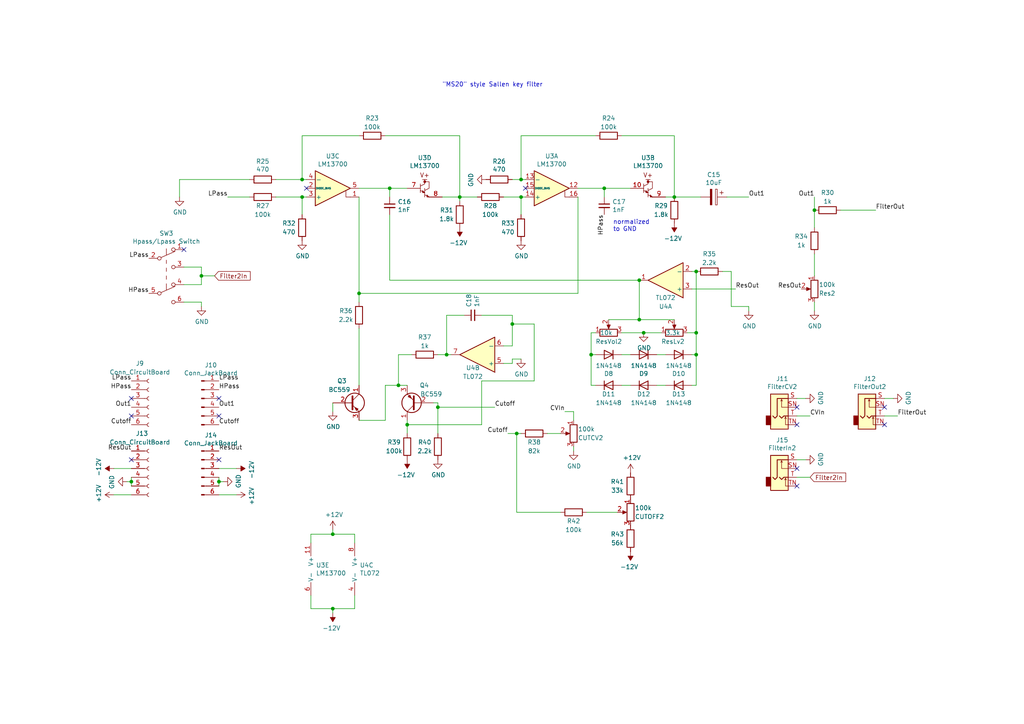
<source format=kicad_sch>
(kicad_sch (version 20211123) (generator eeschema)

  (uuid 2028d85e-9e27-4758-8c0b-559fad072813)

  (paper "A4")

  (lib_symbols
    (symbol "Amplifier_Operational:LM13700" (pin_names (offset 0.127)) (in_bom yes) (on_board yes)
      (property "Reference" "U" (id 0) (at 3.81 5.08 0)
        (effects (font (size 1.27 1.27)))
      )
      (property "Value" "LM13700" (id 1) (at 5.08 -5.08 0)
        (effects (font (size 1.27 1.27)))
      )
      (property "Footprint" "" (id 2) (at -7.62 0.635 0)
        (effects (font (size 1.27 1.27)) hide)
      )
      (property "Datasheet" "http://www.ti.com/lit/ds/symlink/lm13700.pdf" (id 3) (at -7.62 0.635 0)
        (effects (font (size 1.27 1.27)) hide)
      )
      (property "ki_locked" "" (id 4) (at 0 0 0)
        (effects (font (size 1.27 1.27)))
      )
      (property "ki_keywords" "operational transconductance amplifier OTA" (id 5) (at 0 0 0)
        (effects (font (size 1.27 1.27)) hide)
      )
      (property "ki_description" "Dual Operational Transconductance Amplifiers with Linearizing Diodes and Buffers, DIP-16/SOIC-16" (id 6) (at 0 0 0)
        (effects (font (size 1.27 1.27)) hide)
      )
      (property "ki_fp_filters" "SOIC*3.9x9.9mm*P1.27mm* DIP*W7.62mm*" (id 7) (at 0 0 0)
        (effects (font (size 1.27 1.27)) hide)
      )
      (symbol "LM13700_1_1"
        (polyline
          (pts
            (xy 3.81 -0.635)
            (xy 3.81 -2.54)
            (xy 5.08 -2.54)
          )
          (stroke (width 0) (type default) (color 0 0 0 0))
          (fill (type none))
        )
        (polyline
          (pts
            (xy 5.08 0)
            (xy -5.08 -5.08)
            (xy -5.08 5.08)
            (xy 5.08 0)
          )
          (stroke (width 0.254) (type default) (color 0 0 0 0))
          (fill (type background))
        )
        (pin output line (at 7.62 0 180) (length 2.54)
          (name "~" (effects (font (size 1.27 1.27))))
          (number "12" (effects (font (size 1.27 1.27))))
        )
        (pin input line (at -7.62 2.54 0) (length 2.54)
          (name "-" (effects (font (size 1.27 1.27))))
          (number "13" (effects (font (size 1.27 1.27))))
        )
        (pin input line (at -7.62 -2.54 0) (length 2.54)
          (name "+" (effects (font (size 1.27 1.27))))
          (number "14" (effects (font (size 1.27 1.27))))
        )
        (pin input line (at -7.62 0 0) (length 2.54)
          (name "DIODE_BIAS" (effects (font (size 0.508 0.508))))
          (number "15" (effects (font (size 1.27 1.27))))
        )
        (pin input line (at 7.62 -2.54 180) (length 2.54)
          (name "~" (effects (font (size 1.27 1.27))))
          (number "16" (effects (font (size 1.27 1.27))))
        )
      )
      (symbol "LM13700_2_0"
        (polyline
          (pts
            (xy -1.905 2.54)
            (xy -3.175 2.54)
          )
          (stroke (width 0) (type default) (color 0 0 0 0))
          (fill (type none))
        )
      )
      (symbol "LM13700_2_1"
        (circle (center -2.54 1.905) (radius 0.254)
          (stroke (width 0.254) (type default) (color 0 0 0 0))
          (fill (type outline))
        )
        (polyline
          (pts
            (xy -3.81 -0.635)
            (xy -2.54 -1.27)
          )
          (stroke (width 0) (type default) (color 0 0 0 0))
          (fill (type none))
        )
        (polyline
          (pts
            (xy -3.81 1.27)
            (xy -3.81 -1.27)
          )
          (stroke (width 0) (type default) (color 0 0 0 0))
          (fill (type none))
        )
        (polyline
          (pts
            (xy -2.54 -1.905)
            (xy -1.27 -2.54)
          )
          (stroke (width 0) (type default) (color 0 0 0 0))
          (fill (type none))
        )
        (polyline
          (pts
            (xy -2.54 0)
            (xy -2.54 -2.54)
          )
          (stroke (width 0) (type default) (color 0 0 0 0))
          (fill (type none))
        )
        (polyline
          (pts
            (xy -3.81 0.635)
            (xy -2.54 1.27)
            (xy -2.54 1.905)
            (xy -2.54 2.54)
          )
          (stroke (width 0) (type default) (color 0 0 0 0))
          (fill (type none))
        )
        (polyline
          (pts
            (xy -2.54 -1.27)
            (xy -3.175 -0.635)
            (xy -3.175 -1.27)
            (xy -2.54 -1.27)
          )
          (stroke (width 0) (type default) (color 0 0 0 0))
          (fill (type outline))
        )
        (polyline
          (pts
            (xy -2.54 -0.635)
            (xy -1.27 0)
            (xy -1.27 1.905)
            (xy -2.54 1.905)
          )
          (stroke (width 0) (type default) (color 0 0 0 0))
          (fill (type none))
        )
        (polyline
          (pts
            (xy -1.27 -2.54)
            (xy -1.905 -1.905)
            (xy -1.905 -2.54)
            (xy -1.27 -2.54)
          )
          (stroke (width 0) (type default) (color 0 0 0 0))
          (fill (type outline))
        )
        (text "V+" (at -2.54 3.81 0)
          (effects (font (size 1.27 1.27)))
        )
        (pin input line (at -7.62 0 0) (length 3.81)
          (name "~" (effects (font (size 1.27 1.27))))
          (number "10" (effects (font (size 1.27 1.27))))
        )
        (pin output line (at 2.54 -2.54 180) (length 3.81)
          (name "~" (effects (font (size 1.27 1.27))))
          (number "9" (effects (font (size 1.27 1.27))))
        )
      )
      (symbol "LM13700_3_1"
        (polyline
          (pts
            (xy 3.81 -0.635)
            (xy 3.81 -2.54)
            (xy 5.08 -2.54)
          )
          (stroke (width 0) (type default) (color 0 0 0 0))
          (fill (type none))
        )
        (polyline
          (pts
            (xy 5.08 0)
            (xy -5.08 -5.08)
            (xy -5.08 5.08)
            (xy 5.08 0)
          )
          (stroke (width 0.254) (type default) (color 0 0 0 0))
          (fill (type background))
        )
        (pin input line (at 7.62 -2.54 180) (length 2.54)
          (name "~" (effects (font (size 1.27 1.27))))
          (number "1" (effects (font (size 1.27 1.27))))
        )
        (pin input line (at -7.62 0 0) (length 2.54)
          (name "DIODE_BIAS" (effects (font (size 0.508 0.508))))
          (number "2" (effects (font (size 1.27 1.27))))
        )
        (pin input line (at -7.62 -2.54 0) (length 2.54)
          (name "+" (effects (font (size 1.27 1.27))))
          (number "3" (effects (font (size 1.27 1.27))))
        )
        (pin input line (at -7.62 2.54 0) (length 2.54)
          (name "-" (effects (font (size 1.27 1.27))))
          (number "4" (effects (font (size 1.27 1.27))))
        )
        (pin output line (at 7.62 0 180) (length 2.54)
          (name "~" (effects (font (size 1.27 1.27))))
          (number "5" (effects (font (size 1.27 1.27))))
        )
      )
      (symbol "LM13700_4_0"
        (polyline
          (pts
            (xy -3.175 2.54)
            (xy -1.905 2.54)
          )
          (stroke (width 0) (type default) (color 0 0 0 0))
          (fill (type none))
        )
        (text "V+" (at -2.54 3.81 0)
          (effects (font (size 1.27 1.27)))
        )
      )
      (symbol "LM13700_4_1"
        (circle (center -2.54 1.905) (radius 0.254)
          (stroke (width 0.254) (type default) (color 0 0 0 0))
          (fill (type outline))
        )
        (polyline
          (pts
            (xy -3.81 -0.635)
            (xy -2.54 -1.27)
          )
          (stroke (width 0) (type default) (color 0 0 0 0))
          (fill (type none))
        )
        (polyline
          (pts
            (xy -3.81 1.27)
            (xy -3.81 -1.27)
          )
          (stroke (width 0) (type default) (color 0 0 0 0))
          (fill (type none))
        )
        (polyline
          (pts
            (xy -2.54 -1.905)
            (xy -1.27 -2.54)
          )
          (stroke (width 0) (type default) (color 0 0 0 0))
          (fill (type none))
        )
        (polyline
          (pts
            (xy -2.54 0)
            (xy -2.54 -2.54)
          )
          (stroke (width 0) (type default) (color 0 0 0 0))
          (fill (type none))
        )
        (polyline
          (pts
            (xy -3.81 0.635)
            (xy -2.54 1.27)
            (xy -2.54 2.54)
          )
          (stroke (width 0) (type default) (color 0 0 0 0))
          (fill (type none))
        )
        (polyline
          (pts
            (xy -2.54 -1.27)
            (xy -3.175 -0.635)
            (xy -3.175 -1.27)
            (xy -2.54 -1.27)
          )
          (stroke (width 0) (type default) (color 0 0 0 0))
          (fill (type outline))
        )
        (polyline
          (pts
            (xy -2.54 -0.635)
            (xy -1.27 0)
            (xy -1.27 1.905)
            (xy -2.54 1.905)
          )
          (stroke (width 0) (type default) (color 0 0 0 0))
          (fill (type none))
        )
        (polyline
          (pts
            (xy -1.27 -2.54)
            (xy -1.905 -1.905)
            (xy -1.905 -2.54)
            (xy -1.27 -2.54)
          )
          (stroke (width 0) (type default) (color 0 0 0 0))
          (fill (type outline))
        )
        (pin input line (at -7.62 0 0) (length 3.81)
          (name "~" (effects (font (size 1.27 1.27))))
          (number "7" (effects (font (size 1.27 1.27))))
        )
        (pin output line (at 2.54 -2.54 180) (length 3.81)
          (name "~" (effects (font (size 1.27 1.27))))
          (number "8" (effects (font (size 1.27 1.27))))
        )
      )
      (symbol "LM13700_5_1"
        (pin power_in line (at -2.54 7.62 270) (length 3.81)
          (name "V+" (effects (font (size 1.27 1.27))))
          (number "11" (effects (font (size 1.27 1.27))))
        )
        (pin power_in line (at -2.54 -7.62 90) (length 3.81)
          (name "V-" (effects (font (size 1.27 1.27))))
          (number "6" (effects (font (size 1.27 1.27))))
        )
      )
    )
    (symbol "Amplifier_Operational:TL072" (pin_names (offset 0.127)) (in_bom yes) (on_board yes)
      (property "Reference" "U" (id 0) (at 0 5.08 0)
        (effects (font (size 1.27 1.27)) (justify left))
      )
      (property "Value" "TL072" (id 1) (at 0 -5.08 0)
        (effects (font (size 1.27 1.27)) (justify left))
      )
      (property "Footprint" "" (id 2) (at 0 0 0)
        (effects (font (size 1.27 1.27)) hide)
      )
      (property "Datasheet" "http://www.ti.com/lit/ds/symlink/tl071.pdf" (id 3) (at 0 0 0)
        (effects (font (size 1.27 1.27)) hide)
      )
      (property "ki_locked" "" (id 4) (at 0 0 0)
        (effects (font (size 1.27 1.27)))
      )
      (property "ki_keywords" "dual opamp" (id 5) (at 0 0 0)
        (effects (font (size 1.27 1.27)) hide)
      )
      (property "ki_description" "Dual Low-Noise JFET-Input Operational Amplifiers, DIP-8/SOIC-8" (id 6) (at 0 0 0)
        (effects (font (size 1.27 1.27)) hide)
      )
      (property "ki_fp_filters" "SOIC*3.9x4.9mm*P1.27mm* DIP*W7.62mm* TO*99* OnSemi*Micro8* TSSOP*3x3mm*P0.65mm* TSSOP*4.4x3mm*P0.65mm* MSOP*3x3mm*P0.65mm* SSOP*3.9x4.9mm*P0.635mm* LFCSP*2x2mm*P0.5mm* *SIP* SOIC*5.3x6.2mm*P1.27mm*" (id 7) (at 0 0 0)
        (effects (font (size 1.27 1.27)) hide)
      )
      (symbol "TL072_1_1"
        (polyline
          (pts
            (xy -5.08 5.08)
            (xy 5.08 0)
            (xy -5.08 -5.08)
            (xy -5.08 5.08)
          )
          (stroke (width 0.254) (type default) (color 0 0 0 0))
          (fill (type background))
        )
        (pin output line (at 7.62 0 180) (length 2.54)
          (name "~" (effects (font (size 1.27 1.27))))
          (number "1" (effects (font (size 1.27 1.27))))
        )
        (pin input line (at -7.62 -2.54 0) (length 2.54)
          (name "-" (effects (font (size 1.27 1.27))))
          (number "2" (effects (font (size 1.27 1.27))))
        )
        (pin input line (at -7.62 2.54 0) (length 2.54)
          (name "+" (effects (font (size 1.27 1.27))))
          (number "3" (effects (font (size 1.27 1.27))))
        )
      )
      (symbol "TL072_2_1"
        (polyline
          (pts
            (xy -5.08 5.08)
            (xy 5.08 0)
            (xy -5.08 -5.08)
            (xy -5.08 5.08)
          )
          (stroke (width 0.254) (type default) (color 0 0 0 0))
          (fill (type background))
        )
        (pin input line (at -7.62 2.54 0) (length 2.54)
          (name "+" (effects (font (size 1.27 1.27))))
          (number "5" (effects (font (size 1.27 1.27))))
        )
        (pin input line (at -7.62 -2.54 0) (length 2.54)
          (name "-" (effects (font (size 1.27 1.27))))
          (number "6" (effects (font (size 1.27 1.27))))
        )
        (pin output line (at 7.62 0 180) (length 2.54)
          (name "~" (effects (font (size 1.27 1.27))))
          (number "7" (effects (font (size 1.27 1.27))))
        )
      )
      (symbol "TL072_3_1"
        (pin power_in line (at -2.54 -7.62 90) (length 3.81)
          (name "V-" (effects (font (size 1.27 1.27))))
          (number "4" (effects (font (size 1.27 1.27))))
        )
        (pin power_in line (at -2.54 7.62 270) (length 3.81)
          (name "V+" (effects (font (size 1.27 1.27))))
          (number "8" (effects (font (size 1.27 1.27))))
        )
      )
    )
    (symbol "Connector:AudioJack2_Switch" (in_bom yes) (on_board yes)
      (property "Reference" "J" (id 0) (at 0 11.43 0)
        (effects (font (size 1.27 1.27)))
      )
      (property "Value" "AudioJack2_Switch" (id 1) (at 0 8.89 0)
        (effects (font (size 1.27 1.27)))
      )
      (property "Footprint" "" (id 2) (at 0 5.08 0)
        (effects (font (size 1.27 1.27)) hide)
      )
      (property "Datasheet" "~" (id 3) (at 0 5.08 0)
        (effects (font (size 1.27 1.27)) hide)
      )
      (property "ki_keywords" "audio jack receptacle mono headphones phone TS connector" (id 4) (at 0 0 0)
        (effects (font (size 1.27 1.27)) hide)
      )
      (property "ki_description" "Audio Jack, 2 Poles (Mono / TS), Switched Pole (Normalling)" (id 5) (at 0 0 0)
        (effects (font (size 1.27 1.27)) hide)
      )
      (property "ki_fp_filters" "Jack*" (id 6) (at 0 0 0)
        (effects (font (size 1.27 1.27)) hide)
      )
      (symbol "AudioJack2_Switch_0_1"
        (rectangle (start -2.54 0) (end -3.81 -2.54)
          (stroke (width 0.254) (type default) (color 0 0 0 0))
          (fill (type outline))
        )
        (rectangle (start 2.54 6.35) (end -2.54 -3.81)
          (stroke (width 0.254) (type default) (color 0 0 0 0))
          (fill (type background))
        )
      )
      (symbol "AudioJack2_Switch_1_1"
        (polyline
          (pts
            (xy 0.635 4.826)
            (xy 0.889 4.318)
          )
          (stroke (width 0) (type default) (color 0 0 0 0))
          (fill (type none))
        )
        (polyline
          (pts
            (xy 1.778 -0.254)
            (xy 2.032 -0.762)
          )
          (stroke (width 0) (type default) (color 0 0 0 0))
          (fill (type none))
        )
        (polyline
          (pts
            (xy 0 0)
            (xy 0.635 -0.635)
            (xy 1.27 0)
            (xy 2.54 0)
          )
          (stroke (width 0.254) (type default) (color 0 0 0 0))
          (fill (type none))
        )
        (polyline
          (pts
            (xy 2.54 -2.54)
            (xy 1.778 -2.54)
            (xy 1.778 -0.254)
            (xy 1.524 -0.762)
          )
          (stroke (width 0) (type default) (color 0 0 0 0))
          (fill (type none))
        )
        (polyline
          (pts
            (xy 2.54 2.54)
            (xy 0.635 2.54)
            (xy 0.635 4.826)
            (xy 0.381 4.318)
          )
          (stroke (width 0) (type default) (color 0 0 0 0))
          (fill (type none))
        )
        (polyline
          (pts
            (xy 2.54 5.08)
            (xy -0.635 5.08)
            (xy -0.635 0)
            (xy -1.27 -0.635)
            (xy -1.905 0)
          )
          (stroke (width 0.254) (type default) (color 0 0 0 0))
          (fill (type none))
        )
        (pin passive line (at 5.08 5.08 180) (length 2.54)
          (name "~" (effects (font (size 1.27 1.27))))
          (number "S" (effects (font (size 1.27 1.27))))
        )
        (pin passive line (at 5.08 2.54 180) (length 2.54)
          (name "~" (effects (font (size 1.27 1.27))))
          (number "SN" (effects (font (size 1.27 1.27))))
        )
        (pin passive line (at 5.08 0 180) (length 2.54)
          (name "~" (effects (font (size 1.27 1.27))))
          (number "T" (effects (font (size 1.27 1.27))))
        )
        (pin passive line (at 5.08 -2.54 180) (length 2.54)
          (name "~" (effects (font (size 1.27 1.27))))
          (number "TN" (effects (font (size 1.27 1.27))))
        )
      )
    )
    (symbol "Connector:Conn_01x06_Female" (pin_names (offset 1.016) hide) (in_bom yes) (on_board yes)
      (property "Reference" "J" (id 0) (at 0 7.62 0)
        (effects (font (size 1.27 1.27)))
      )
      (property "Value" "Conn_01x06_Female" (id 1) (at 0 -10.16 0)
        (effects (font (size 1.27 1.27)))
      )
      (property "Footprint" "" (id 2) (at 0 0 0)
        (effects (font (size 1.27 1.27)) hide)
      )
      (property "Datasheet" "~" (id 3) (at 0 0 0)
        (effects (font (size 1.27 1.27)) hide)
      )
      (property "ki_keywords" "connector" (id 4) (at 0 0 0)
        (effects (font (size 1.27 1.27)) hide)
      )
      (property "ki_description" "Generic connector, single row, 01x06, script generated (kicad-library-utils/schlib/autogen/connector/)" (id 5) (at 0 0 0)
        (effects (font (size 1.27 1.27)) hide)
      )
      (property "ki_fp_filters" "Connector*:*_1x??_*" (id 6) (at 0 0 0)
        (effects (font (size 1.27 1.27)) hide)
      )
      (symbol "Conn_01x06_Female_1_1"
        (arc (start 0 -7.112) (mid -0.508 -7.62) (end 0 -8.128)
          (stroke (width 0.1524) (type default) (color 0 0 0 0))
          (fill (type none))
        )
        (arc (start 0 -4.572) (mid -0.508 -5.08) (end 0 -5.588)
          (stroke (width 0.1524) (type default) (color 0 0 0 0))
          (fill (type none))
        )
        (arc (start 0 -2.032) (mid -0.508 -2.54) (end 0 -3.048)
          (stroke (width 0.1524) (type default) (color 0 0 0 0))
          (fill (type none))
        )
        (polyline
          (pts
            (xy -1.27 -7.62)
            (xy -0.508 -7.62)
          )
          (stroke (width 0.1524) (type default) (color 0 0 0 0))
          (fill (type none))
        )
        (polyline
          (pts
            (xy -1.27 -5.08)
            (xy -0.508 -5.08)
          )
          (stroke (width 0.1524) (type default) (color 0 0 0 0))
          (fill (type none))
        )
        (polyline
          (pts
            (xy -1.27 -2.54)
            (xy -0.508 -2.54)
          )
          (stroke (width 0.1524) (type default) (color 0 0 0 0))
          (fill (type none))
        )
        (polyline
          (pts
            (xy -1.27 0)
            (xy -0.508 0)
          )
          (stroke (width 0.1524) (type default) (color 0 0 0 0))
          (fill (type none))
        )
        (polyline
          (pts
            (xy -1.27 2.54)
            (xy -0.508 2.54)
          )
          (stroke (width 0.1524) (type default) (color 0 0 0 0))
          (fill (type none))
        )
        (polyline
          (pts
            (xy -1.27 5.08)
            (xy -0.508 5.08)
          )
          (stroke (width 0.1524) (type default) (color 0 0 0 0))
          (fill (type none))
        )
        (arc (start 0 0.508) (mid -0.508 0) (end 0 -0.508)
          (stroke (width 0.1524) (type default) (color 0 0 0 0))
          (fill (type none))
        )
        (arc (start 0 3.048) (mid -0.508 2.54) (end 0 2.032)
          (stroke (width 0.1524) (type default) (color 0 0 0 0))
          (fill (type none))
        )
        (arc (start 0 5.588) (mid -0.508 5.08) (end 0 4.572)
          (stroke (width 0.1524) (type default) (color 0 0 0 0))
          (fill (type none))
        )
        (pin passive line (at -5.08 5.08 0) (length 3.81)
          (name "Pin_1" (effects (font (size 1.27 1.27))))
          (number "1" (effects (font (size 1.27 1.27))))
        )
        (pin passive line (at -5.08 2.54 0) (length 3.81)
          (name "Pin_2" (effects (font (size 1.27 1.27))))
          (number "2" (effects (font (size 1.27 1.27))))
        )
        (pin passive line (at -5.08 0 0) (length 3.81)
          (name "Pin_3" (effects (font (size 1.27 1.27))))
          (number "3" (effects (font (size 1.27 1.27))))
        )
        (pin passive line (at -5.08 -2.54 0) (length 3.81)
          (name "Pin_4" (effects (font (size 1.27 1.27))))
          (number "4" (effects (font (size 1.27 1.27))))
        )
        (pin passive line (at -5.08 -5.08 0) (length 3.81)
          (name "Pin_5" (effects (font (size 1.27 1.27))))
          (number "5" (effects (font (size 1.27 1.27))))
        )
        (pin passive line (at -5.08 -7.62 0) (length 3.81)
          (name "Pin_6" (effects (font (size 1.27 1.27))))
          (number "6" (effects (font (size 1.27 1.27))))
        )
      )
    )
    (symbol "Connector:Conn_01x06_Male" (pin_names (offset 1.016) hide) (in_bom yes) (on_board yes)
      (property "Reference" "J" (id 0) (at 0 7.62 0)
        (effects (font (size 1.27 1.27)))
      )
      (property "Value" "Conn_01x06_Male" (id 1) (at 0 -10.16 0)
        (effects (font (size 1.27 1.27)))
      )
      (property "Footprint" "" (id 2) (at 0 0 0)
        (effects (font (size 1.27 1.27)) hide)
      )
      (property "Datasheet" "~" (id 3) (at 0 0 0)
        (effects (font (size 1.27 1.27)) hide)
      )
      (property "ki_keywords" "connector" (id 4) (at 0 0 0)
        (effects (font (size 1.27 1.27)) hide)
      )
      (property "ki_description" "Generic connector, single row, 01x06, script generated (kicad-library-utils/schlib/autogen/connector/)" (id 5) (at 0 0 0)
        (effects (font (size 1.27 1.27)) hide)
      )
      (property "ki_fp_filters" "Connector*:*_1x??_*" (id 6) (at 0 0 0)
        (effects (font (size 1.27 1.27)) hide)
      )
      (symbol "Conn_01x06_Male_1_1"
        (polyline
          (pts
            (xy 1.27 -7.62)
            (xy 0.8636 -7.62)
          )
          (stroke (width 0.1524) (type default) (color 0 0 0 0))
          (fill (type none))
        )
        (polyline
          (pts
            (xy 1.27 -5.08)
            (xy 0.8636 -5.08)
          )
          (stroke (width 0.1524) (type default) (color 0 0 0 0))
          (fill (type none))
        )
        (polyline
          (pts
            (xy 1.27 -2.54)
            (xy 0.8636 -2.54)
          )
          (stroke (width 0.1524) (type default) (color 0 0 0 0))
          (fill (type none))
        )
        (polyline
          (pts
            (xy 1.27 0)
            (xy 0.8636 0)
          )
          (stroke (width 0.1524) (type default) (color 0 0 0 0))
          (fill (type none))
        )
        (polyline
          (pts
            (xy 1.27 2.54)
            (xy 0.8636 2.54)
          )
          (stroke (width 0.1524) (type default) (color 0 0 0 0))
          (fill (type none))
        )
        (polyline
          (pts
            (xy 1.27 5.08)
            (xy 0.8636 5.08)
          )
          (stroke (width 0.1524) (type default) (color 0 0 0 0))
          (fill (type none))
        )
        (rectangle (start 0.8636 -7.493) (end 0 -7.747)
          (stroke (width 0.1524) (type default) (color 0 0 0 0))
          (fill (type outline))
        )
        (rectangle (start 0.8636 -4.953) (end 0 -5.207)
          (stroke (width 0.1524) (type default) (color 0 0 0 0))
          (fill (type outline))
        )
        (rectangle (start 0.8636 -2.413) (end 0 -2.667)
          (stroke (width 0.1524) (type default) (color 0 0 0 0))
          (fill (type outline))
        )
        (rectangle (start 0.8636 0.127) (end 0 -0.127)
          (stroke (width 0.1524) (type default) (color 0 0 0 0))
          (fill (type outline))
        )
        (rectangle (start 0.8636 2.667) (end 0 2.413)
          (stroke (width 0.1524) (type default) (color 0 0 0 0))
          (fill (type outline))
        )
        (rectangle (start 0.8636 5.207) (end 0 4.953)
          (stroke (width 0.1524) (type default) (color 0 0 0 0))
          (fill (type outline))
        )
        (pin passive line (at 5.08 5.08 180) (length 3.81)
          (name "Pin_1" (effects (font (size 1.27 1.27))))
          (number "1" (effects (font (size 1.27 1.27))))
        )
        (pin passive line (at 5.08 2.54 180) (length 3.81)
          (name "Pin_2" (effects (font (size 1.27 1.27))))
          (number "2" (effects (font (size 1.27 1.27))))
        )
        (pin passive line (at 5.08 0 180) (length 3.81)
          (name "Pin_3" (effects (font (size 1.27 1.27))))
          (number "3" (effects (font (size 1.27 1.27))))
        )
        (pin passive line (at 5.08 -2.54 180) (length 3.81)
          (name "Pin_4" (effects (font (size 1.27 1.27))))
          (number "4" (effects (font (size 1.27 1.27))))
        )
        (pin passive line (at 5.08 -5.08 180) (length 3.81)
          (name "Pin_5" (effects (font (size 1.27 1.27))))
          (number "5" (effects (font (size 1.27 1.27))))
        )
        (pin passive line (at 5.08 -7.62 180) (length 3.81)
          (name "Pin_6" (effects (font (size 1.27 1.27))))
          (number "6" (effects (font (size 1.27 1.27))))
        )
      )
    )
    (symbol "Device:CP" (pin_numbers hide) (pin_names (offset 0.254)) (in_bom yes) (on_board yes)
      (property "Reference" "C" (id 0) (at 0.635 2.54 0)
        (effects (font (size 1.27 1.27)) (justify left))
      )
      (property "Value" "Device_CP" (id 1) (at 0.635 -2.54 0)
        (effects (font (size 1.27 1.27)) (justify left))
      )
      (property "Footprint" "" (id 2) (at 0.9652 -3.81 0)
        (effects (font (size 1.27 1.27)) hide)
      )
      (property "Datasheet" "" (id 3) (at 0 0 0)
        (effects (font (size 1.27 1.27)) hide)
      )
      (property "ki_fp_filters" "CP_*" (id 4) (at 0 0 0)
        (effects (font (size 1.27 1.27)) hide)
      )
      (symbol "CP_0_1"
        (rectangle (start -2.286 0.508) (end 2.286 1.016)
          (stroke (width 0) (type default) (color 0 0 0 0))
          (fill (type none))
        )
        (polyline
          (pts
            (xy -1.778 2.286)
            (xy -0.762 2.286)
          )
          (stroke (width 0) (type default) (color 0 0 0 0))
          (fill (type none))
        )
        (polyline
          (pts
            (xy -1.27 2.794)
            (xy -1.27 1.778)
          )
          (stroke (width 0) (type default) (color 0 0 0 0))
          (fill (type none))
        )
        (rectangle (start 2.286 -0.508) (end -2.286 -1.016)
          (stroke (width 0) (type default) (color 0 0 0 0))
          (fill (type outline))
        )
      )
      (symbol "CP_1_1"
        (pin passive line (at 0 3.81 270) (length 2.794)
          (name "~" (effects (font (size 1.27 1.27))))
          (number "1" (effects (font (size 1.27 1.27))))
        )
        (pin passive line (at 0 -3.81 90) (length 2.794)
          (name "~" (effects (font (size 1.27 1.27))))
          (number "2" (effects (font (size 1.27 1.27))))
        )
      )
    )
    (symbol "Device:C_Small" (pin_numbers hide) (pin_names (offset 0.254) hide) (in_bom yes) (on_board yes)
      (property "Reference" "C" (id 0) (at 0.254 1.778 0)
        (effects (font (size 1.27 1.27)) (justify left))
      )
      (property "Value" "C_Small" (id 1) (at 0.254 -2.032 0)
        (effects (font (size 1.27 1.27)) (justify left))
      )
      (property "Footprint" "" (id 2) (at 0 0 0)
        (effects (font (size 1.27 1.27)) hide)
      )
      (property "Datasheet" "~" (id 3) (at 0 0 0)
        (effects (font (size 1.27 1.27)) hide)
      )
      (property "ki_keywords" "capacitor cap" (id 4) (at 0 0 0)
        (effects (font (size 1.27 1.27)) hide)
      )
      (property "ki_description" "Unpolarized capacitor, small symbol" (id 5) (at 0 0 0)
        (effects (font (size 1.27 1.27)) hide)
      )
      (property "ki_fp_filters" "C_*" (id 6) (at 0 0 0)
        (effects (font (size 1.27 1.27)) hide)
      )
      (symbol "C_Small_0_1"
        (polyline
          (pts
            (xy -1.524 -0.508)
            (xy 1.524 -0.508)
          )
          (stroke (width 0.3302) (type default) (color 0 0 0 0))
          (fill (type none))
        )
        (polyline
          (pts
            (xy -1.524 0.508)
            (xy 1.524 0.508)
          )
          (stroke (width 0.3048) (type default) (color 0 0 0 0))
          (fill (type none))
        )
      )
      (symbol "C_Small_1_1"
        (pin passive line (at 0 2.54 270) (length 2.032)
          (name "~" (effects (font (size 1.27 1.27))))
          (number "1" (effects (font (size 1.27 1.27))))
        )
        (pin passive line (at 0 -2.54 90) (length 2.032)
          (name "~" (effects (font (size 1.27 1.27))))
          (number "2" (effects (font (size 1.27 1.27))))
        )
      )
    )
    (symbol "Device:D" (pin_numbers hide) (pin_names (offset 1.016) hide) (in_bom yes) (on_board yes)
      (property "Reference" "D" (id 0) (at 0 2.54 0)
        (effects (font (size 1.27 1.27)))
      )
      (property "Value" "D" (id 1) (at 0 -2.54 0)
        (effects (font (size 1.27 1.27)))
      )
      (property "Footprint" "" (id 2) (at 0 0 0)
        (effects (font (size 1.27 1.27)) hide)
      )
      (property "Datasheet" "~" (id 3) (at 0 0 0)
        (effects (font (size 1.27 1.27)) hide)
      )
      (property "ki_keywords" "diode" (id 4) (at 0 0 0)
        (effects (font (size 1.27 1.27)) hide)
      )
      (property "ki_description" "Diode" (id 5) (at 0 0 0)
        (effects (font (size 1.27 1.27)) hide)
      )
      (property "ki_fp_filters" "TO-???* *_Diode_* *SingleDiode* D_*" (id 6) (at 0 0 0)
        (effects (font (size 1.27 1.27)) hide)
      )
      (symbol "D_0_1"
        (polyline
          (pts
            (xy -1.27 1.27)
            (xy -1.27 -1.27)
          )
          (stroke (width 0.254) (type default) (color 0 0 0 0))
          (fill (type none))
        )
        (polyline
          (pts
            (xy 1.27 0)
            (xy -1.27 0)
          )
          (stroke (width 0) (type default) (color 0 0 0 0))
          (fill (type none))
        )
        (polyline
          (pts
            (xy 1.27 1.27)
            (xy 1.27 -1.27)
            (xy -1.27 0)
            (xy 1.27 1.27)
          )
          (stroke (width 0.254) (type default) (color 0 0 0 0))
          (fill (type none))
        )
      )
      (symbol "D_1_1"
        (pin passive line (at -3.81 0 0) (length 2.54)
          (name "K" (effects (font (size 1.27 1.27))))
          (number "1" (effects (font (size 1.27 1.27))))
        )
        (pin passive line (at 3.81 0 180) (length 2.54)
          (name "A" (effects (font (size 1.27 1.27))))
          (number "2" (effects (font (size 1.27 1.27))))
        )
      )
    )
    (symbol "Device:R" (pin_numbers hide) (pin_names (offset 0)) (in_bom yes) (on_board yes)
      (property "Reference" "R" (id 0) (at 2.032 0 90)
        (effects (font (size 1.27 1.27)))
      )
      (property "Value" "R" (id 1) (at 0 0 90)
        (effects (font (size 1.27 1.27)))
      )
      (property "Footprint" "" (id 2) (at -1.778 0 90)
        (effects (font (size 1.27 1.27)) hide)
      )
      (property "Datasheet" "~" (id 3) (at 0 0 0)
        (effects (font (size 1.27 1.27)) hide)
      )
      (property "ki_keywords" "R res resistor" (id 4) (at 0 0 0)
        (effects (font (size 1.27 1.27)) hide)
      )
      (property "ki_description" "Resistor" (id 5) (at 0 0 0)
        (effects (font (size 1.27 1.27)) hide)
      )
      (property "ki_fp_filters" "R_*" (id 6) (at 0 0 0)
        (effects (font (size 1.27 1.27)) hide)
      )
      (symbol "R_0_1"
        (rectangle (start -1.016 -2.54) (end 1.016 2.54)
          (stroke (width 0.254) (type default) (color 0 0 0 0))
          (fill (type none))
        )
      )
      (symbol "R_1_1"
        (pin passive line (at 0 3.81 270) (length 1.27)
          (name "~" (effects (font (size 1.27 1.27))))
          (number "1" (effects (font (size 1.27 1.27))))
        )
        (pin passive line (at 0 -3.81 90) (length 1.27)
          (name "~" (effects (font (size 1.27 1.27))))
          (number "2" (effects (font (size 1.27 1.27))))
        )
      )
    )
    (symbol "Device:R_POT" (pin_names (offset 1.016) hide) (in_bom yes) (on_board yes)
      (property "Reference" "RV" (id 0) (at -4.445 0 90)
        (effects (font (size 1.27 1.27)))
      )
      (property "Value" "Device_R_POT" (id 1) (at -2.54 0 90)
        (effects (font (size 1.27 1.27)))
      )
      (property "Footprint" "" (id 2) (at 0 0 0)
        (effects (font (size 1.27 1.27)) hide)
      )
      (property "Datasheet" "" (id 3) (at 0 0 0)
        (effects (font (size 1.27 1.27)) hide)
      )
      (property "ki_fp_filters" "Potentiometer*" (id 4) (at 0 0 0)
        (effects (font (size 1.27 1.27)) hide)
      )
      (symbol "R_POT_0_1"
        (polyline
          (pts
            (xy 2.54 0)
            (xy 1.524 0)
          )
          (stroke (width 0) (type default) (color 0 0 0 0))
          (fill (type none))
        )
        (polyline
          (pts
            (xy 1.143 0)
            (xy 2.286 0.508)
            (xy 2.286 -0.508)
            (xy 1.143 0)
          )
          (stroke (width 0) (type default) (color 0 0 0 0))
          (fill (type outline))
        )
        (rectangle (start 1.016 2.54) (end -1.016 -2.54)
          (stroke (width 0.254) (type default) (color 0 0 0 0))
          (fill (type none))
        )
      )
      (symbol "R_POT_1_1"
        (pin passive line (at 0 3.81 270) (length 1.27)
          (name "1" (effects (font (size 1.27 1.27))))
          (number "1" (effects (font (size 1.27 1.27))))
        )
        (pin passive line (at 3.81 0 180) (length 1.27)
          (name "2" (effects (font (size 1.27 1.27))))
          (number "2" (effects (font (size 1.27 1.27))))
        )
        (pin passive line (at 0 -3.81 90) (length 1.27)
          (name "3" (effects (font (size 1.27 1.27))))
          (number "3" (effects (font (size 1.27 1.27))))
        )
      )
    )
    (symbol "Switch:SW_Push_DPDT" (pin_names (offset 0) hide) (in_bom yes) (on_board yes)
      (property "Reference" "SW" (id 0) (at 0 8.89 0)
        (effects (font (size 1.27 1.27)))
      )
      (property "Value" "SW_Push_DPDT" (id 1) (at 0 -10.16 0)
        (effects (font (size 1.27 1.27)))
      )
      (property "Footprint" "" (id 2) (at 0 5.08 0)
        (effects (font (size 1.27 1.27)) hide)
      )
      (property "Datasheet" "~" (id 3) (at 0 5.08 0)
        (effects (font (size 1.27 1.27)) hide)
      )
      (property "ki_keywords" "switch dual-pole double-throw spdt ON-ON" (id 4) (at 0 0 0)
        (effects (font (size 1.27 1.27)) hide)
      )
      (property "ki_description" "Momentary Switch, dual pole double throw" (id 5) (at 0 0 0)
        (effects (font (size 1.27 1.27)) hide)
      )
      (symbol "SW_Push_DPDT_0_0"
        (circle (center -2.032 -5.08) (radius 0.508)
          (stroke (width 0) (type default) (color 0 0 0 0))
          (fill (type none))
        )
        (circle (center -2.032 5.08) (radius 0.508)
          (stroke (width 0) (type default) (color 0 0 0 0))
          (fill (type none))
        )
        (circle (center 2.032 -7.62) (radius 0.508)
          (stroke (width 0) (type default) (color 0 0 0 0))
          (fill (type none))
        )
        (circle (center 2.032 2.54) (radius 0.508)
          (stroke (width 0) (type default) (color 0 0 0 0))
          (fill (type none))
        )
      )
      (symbol "SW_Push_DPDT_0_1"
        (polyline
          (pts
            (xy -1.524 -4.826)
            (xy 2.54 -3.048)
          )
          (stroke (width 0) (type default) (color 0 0 0 0))
          (fill (type none))
        )
        (polyline
          (pts
            (xy -1.524 5.334)
            (xy 2.54 7.112)
          )
          (stroke (width 0) (type default) (color 0 0 0 0))
          (fill (type none))
        )
        (polyline
          (pts
            (xy 0 -2.286)
            (xy 0 -4.064)
          )
          (stroke (width 0) (type default) (color 0 0 0 0))
          (fill (type none))
        )
        (polyline
          (pts
            (xy 0 -1.016)
            (xy 0 0)
          )
          (stroke (width 0) (type default) (color 0 0 0 0))
          (fill (type none))
        )
        (polyline
          (pts
            (xy 0 1.27)
            (xy 0 2.286)
          )
          (stroke (width 0) (type default) (color 0 0 0 0))
          (fill (type none))
        )
        (polyline
          (pts
            (xy 0 3.556)
            (xy 0 4.572)
          )
          (stroke (width 0) (type default) (color 0 0 0 0))
          (fill (type none))
        )
        (polyline
          (pts
            (xy 0 7.874)
            (xy 0 6.096)
          )
          (stroke (width 0) (type default) (color 0 0 0 0))
          (fill (type none))
        )
        (circle (center 2.032 -2.54) (radius 0.508)
          (stroke (width 0) (type default) (color 0 0 0 0))
          (fill (type none))
        )
        (circle (center 2.032 7.62) (radius 0.508)
          (stroke (width 0) (type default) (color 0 0 0 0))
          (fill (type none))
        )
      )
      (symbol "SW_Push_DPDT_1_1"
        (pin passive line (at 5.08 7.62 180) (length 2.54)
          (name "A" (effects (font (size 1.27 1.27))))
          (number "1" (effects (font (size 1.27 1.27))))
        )
        (pin passive line (at -5.08 5.08 0) (length 2.54)
          (name "B" (effects (font (size 1.27 1.27))))
          (number "2" (effects (font (size 1.27 1.27))))
        )
        (pin passive line (at 5.08 2.54 180) (length 2.54)
          (name "C" (effects (font (size 1.27 1.27))))
          (number "3" (effects (font (size 1.27 1.27))))
        )
        (pin passive line (at 5.08 -2.54 180) (length 2.54)
          (name "A" (effects (font (size 1.27 1.27))))
          (number "4" (effects (font (size 1.27 1.27))))
        )
        (pin passive line (at -5.08 -5.08 0) (length 2.54)
          (name "B" (effects (font (size 1.27 1.27))))
          (number "5" (effects (font (size 1.27 1.27))))
        )
        (pin passive line (at 5.08 -7.62 180) (length 2.54)
          (name "C" (effects (font (size 1.27 1.27))))
          (number "6" (effects (font (size 1.27 1.27))))
        )
      )
    )
    (symbol "Transistor_BJT:BC559" (pin_names (offset 0) hide) (in_bom yes) (on_board yes)
      (property "Reference" "Q" (id 0) (at 5.08 1.905 0)
        (effects (font (size 1.27 1.27)) (justify left))
      )
      (property "Value" "BC559" (id 1) (at 5.08 0 0)
        (effects (font (size 1.27 1.27)) (justify left))
      )
      (property "Footprint" "Package_TO_SOT_THT:TO-92_Inline" (id 2) (at 5.08 -1.905 0)
        (effects (font (size 1.27 1.27) italic) (justify left) hide)
      )
      (property "Datasheet" "https://www.onsemi.com/pub/Collateral/BC556BTA-D.pdf" (id 3) (at 0 0 0)
        (effects (font (size 1.27 1.27)) (justify left) hide)
      )
      (property "ki_keywords" "PNP Transistor" (id 4) (at 0 0 0)
        (effects (font (size 1.27 1.27)) hide)
      )
      (property "ki_description" "0.1A Ic, 30V Vce, PNP Small Signal Transistor, TO-92" (id 5) (at 0 0 0)
        (effects (font (size 1.27 1.27)) hide)
      )
      (property "ki_fp_filters" "TO?92*" (id 6) (at 0 0 0)
        (effects (font (size 1.27 1.27)) hide)
      )
      (symbol "BC559_0_1"
        (polyline
          (pts
            (xy 0.635 0.635)
            (xy 2.54 2.54)
          )
          (stroke (width 0) (type default) (color 0 0 0 0))
          (fill (type none))
        )
        (polyline
          (pts
            (xy 0.635 -0.635)
            (xy 2.54 -2.54)
            (xy 2.54 -2.54)
          )
          (stroke (width 0) (type default) (color 0 0 0 0))
          (fill (type none))
        )
        (polyline
          (pts
            (xy 0.635 1.905)
            (xy 0.635 -1.905)
            (xy 0.635 -1.905)
          )
          (stroke (width 0.508) (type default) (color 0 0 0 0))
          (fill (type none))
        )
        (polyline
          (pts
            (xy 2.286 -1.778)
            (xy 1.778 -2.286)
            (xy 1.27 -1.27)
            (xy 2.286 -1.778)
            (xy 2.286 -1.778)
          )
          (stroke (width 0) (type default) (color 0 0 0 0))
          (fill (type outline))
        )
        (circle (center 1.27 0) (radius 2.8194)
          (stroke (width 0.254) (type default) (color 0 0 0 0))
          (fill (type none))
        )
      )
      (symbol "BC559_1_1"
        (pin passive line (at 2.54 5.08 270) (length 2.54)
          (name "C" (effects (font (size 1.27 1.27))))
          (number "1" (effects (font (size 1.27 1.27))))
        )
        (pin input line (at -5.08 0 0) (length 5.715)
          (name "B" (effects (font (size 1.27 1.27))))
          (number "2" (effects (font (size 1.27 1.27))))
        )
        (pin passive line (at 2.54 -5.08 90) (length 2.54)
          (name "E" (effects (font (size 1.27 1.27))))
          (number "3" (effects (font (size 1.27 1.27))))
        )
      )
    )
    (symbol "power:+12V" (power) (pin_names (offset 0)) (in_bom yes) (on_board yes)
      (property "Reference" "#PWR" (id 0) (at 0 -3.81 0)
        (effects (font (size 1.27 1.27)) hide)
      )
      (property "Value" "+12V" (id 1) (at 0 3.556 0)
        (effects (font (size 1.27 1.27)))
      )
      (property "Footprint" "" (id 2) (at 0 0 0)
        (effects (font (size 1.27 1.27)) hide)
      )
      (property "Datasheet" "" (id 3) (at 0 0 0)
        (effects (font (size 1.27 1.27)) hide)
      )
      (property "ki_keywords" "power-flag" (id 4) (at 0 0 0)
        (effects (font (size 1.27 1.27)) hide)
      )
      (property "ki_description" "Power symbol creates a global label with name \"+12V\"" (id 5) (at 0 0 0)
        (effects (font (size 1.27 1.27)) hide)
      )
      (symbol "+12V_0_1"
        (polyline
          (pts
            (xy -0.762 1.27)
            (xy 0 2.54)
          )
          (stroke (width 0) (type default) (color 0 0 0 0))
          (fill (type none))
        )
        (polyline
          (pts
            (xy 0 0)
            (xy 0 2.54)
          )
          (stroke (width 0) (type default) (color 0 0 0 0))
          (fill (type none))
        )
        (polyline
          (pts
            (xy 0 2.54)
            (xy 0.762 1.27)
          )
          (stroke (width 0) (type default) (color 0 0 0 0))
          (fill (type none))
        )
      )
      (symbol "+12V_1_1"
        (pin power_in line (at 0 0 90) (length 0) hide
          (name "+12V" (effects (font (size 1.27 1.27))))
          (number "1" (effects (font (size 1.27 1.27))))
        )
      )
    )
    (symbol "power:-12V" (power) (pin_names (offset 0)) (in_bom yes) (on_board yes)
      (property "Reference" "#PWR" (id 0) (at 0 2.54 0)
        (effects (font (size 1.27 1.27)) hide)
      )
      (property "Value" "-12V" (id 1) (at 0 3.81 0)
        (effects (font (size 1.27 1.27)))
      )
      (property "Footprint" "" (id 2) (at 0 0 0)
        (effects (font (size 1.27 1.27)) hide)
      )
      (property "Datasheet" "" (id 3) (at 0 0 0)
        (effects (font (size 1.27 1.27)) hide)
      )
      (property "ki_keywords" "power-flag" (id 4) (at 0 0 0)
        (effects (font (size 1.27 1.27)) hide)
      )
      (property "ki_description" "Power symbol creates a global label with name \"-12V\"" (id 5) (at 0 0 0)
        (effects (font (size 1.27 1.27)) hide)
      )
      (symbol "-12V_0_0"
        (pin power_in line (at 0 0 90) (length 0) hide
          (name "-12V" (effects (font (size 1.27 1.27))))
          (number "1" (effects (font (size 1.27 1.27))))
        )
      )
      (symbol "-12V_0_1"
        (polyline
          (pts
            (xy 0 0)
            (xy 0 1.27)
            (xy 0.762 1.27)
            (xy 0 2.54)
            (xy -0.762 1.27)
            (xy 0 1.27)
          )
          (stroke (width 0) (type default) (color 0 0 0 0))
          (fill (type outline))
        )
      )
    )
    (symbol "power:GND" (power) (pin_names (offset 0)) (in_bom yes) (on_board yes)
      (property "Reference" "#PWR" (id 0) (at 0 -6.35 0)
        (effects (font (size 1.27 1.27)) hide)
      )
      (property "Value" "GND" (id 1) (at 0 -3.81 0)
        (effects (font (size 1.27 1.27)))
      )
      (property "Footprint" "" (id 2) (at 0 0 0)
        (effects (font (size 1.27 1.27)) hide)
      )
      (property "Datasheet" "" (id 3) (at 0 0 0)
        (effects (font (size 1.27 1.27)) hide)
      )
      (property "ki_keywords" "power-flag" (id 4) (at 0 0 0)
        (effects (font (size 1.27 1.27)) hide)
      )
      (property "ki_description" "Power symbol creates a global label with name \"GND\" , ground" (id 5) (at 0 0 0)
        (effects (font (size 1.27 1.27)) hide)
      )
      (symbol "GND_0_1"
        (polyline
          (pts
            (xy 0 0)
            (xy 0 -1.27)
            (xy 1.27 -1.27)
            (xy 0 -2.54)
            (xy -1.27 -1.27)
            (xy 0 -1.27)
          )
          (stroke (width 0) (type default) (color 0 0 0 0))
          (fill (type none))
        )
      )
      (symbol "GND_1_1"
        (pin power_in line (at 0 0 270) (length 0) hide
          (name "GND" (effects (font (size 1.27 1.27))))
          (number "1" (effects (font (size 1.27 1.27))))
        )
      )
    )
  )

  (junction (at 129.54 102.87) (diameter 0) (color 0 0 0 0)
    (uuid 0d095387-710d-4633-a6c3-04eab60b585a)
  )
  (junction (at 185.42 92.71) (diameter 0) (color 0 0 0 0)
    (uuid 24a492d9-25a9-4fba-b51b-3effb576b351)
  )
  (junction (at 58.42 80.01) (diameter 0) (color 0 0 0 0)
    (uuid 2f33286e-7553-4442-acf0-23c61fcd6ab0)
  )
  (junction (at 96.52 176.53) (diameter 0) (color 0 0 0 0)
    (uuid 368b5878-b1a0-439b-9581-320c86d698c2)
  )
  (junction (at 201.93 96.52) (diameter 0) (color 0 0 0 0)
    (uuid 42bd0f96-a831-406e-abb7-03ed1bbd785f)
  )
  (junction (at 118.11 123.19) (diameter 0) (color 0 0 0 0)
    (uuid 43f341b3-06e9-4e7a-a26e-5365b89d76bf)
  )
  (junction (at 201.93 78.74) (diameter 0) (color 0 0 0 0)
    (uuid 4688ff87-8262-46f4-ad96-b5f4e529cfa9)
  )
  (junction (at 151.13 57.15) (diameter 0) (color 0 0 0 0)
    (uuid 4f2f68c4-6fa0-45ce-b5c2-e911daddcd12)
  )
  (junction (at 201.93 102.87) (diameter 0) (color 0 0 0 0)
    (uuid 57543893-39bf-4d83-b4e0-8d020b4a6d48)
  )
  (junction (at 87.63 57.15) (diameter 0) (color 0 0 0 0)
    (uuid 6b8c153e-62fe-42fb-aa7f-caef740ef6fd)
  )
  (junction (at 195.58 57.15) (diameter 0) (color 0 0 0 0)
    (uuid 70cda344-73be-4466-a097-1fd56f3b19e2)
  )
  (junction (at 133.35 57.15) (diameter 0) (color 0 0 0 0)
    (uuid 73f40fda-e6eb-4f93-9482-56cf47d84a87)
  )
  (junction (at 104.14 85.09) (diameter 0) (color 0 0 0 0)
    (uuid 7806469b-c133-4e19-b2d5-f2b690b4b2f3)
  )
  (junction (at 236.22 60.96) (diameter 0) (color 0 0 0 0)
    (uuid 7de6564c-7ad6-4d57-a54c-8d2835ff5cdc)
  )
  (junction (at 127 118.11) (diameter 0) (color 0 0 0 0)
    (uuid 7df9ce6f-7f38-4582-a049-7f92faf1abc9)
  )
  (junction (at 151.13 52.07) (diameter 0) (color 0 0 0 0)
    (uuid 7eb32ed1-4320-49ba-8487-1c88e4824fe3)
  )
  (junction (at 63.5 139.7) (diameter 0) (color 0 0 0 0)
    (uuid 81ab7ed7-7160-4650-b711-4daa2902dc8b)
  )
  (junction (at 186.69 96.52) (diameter 0) (color 0 0 0 0)
    (uuid 8afe1dbf-1187-4362-8af8-a90ca839a6b3)
  )
  (junction (at 115.57 111.76) (diameter 0) (color 0 0 0 0)
    (uuid aa288a22-ea1d-474d-8dae-efe971580843)
  )
  (junction (at 175.26 54.61) (diameter 0) (color 0 0 0 0)
    (uuid c6bba6d7-3631-448e-9df8-b5a9e3238ade)
  )
  (junction (at 148.59 93.98) (diameter 0) (color 0 0 0 0)
    (uuid cd48b13f-c989-4ac1-a7f0-053afcd77527)
  )
  (junction (at 38.1 139.7) (diameter 0) (color 0 0 0 0)
    (uuid ce55d4e5-cb2b-4927-9979-4a7fc840f632)
  )
  (junction (at 87.63 52.07) (diameter 0) (color 0 0 0 0)
    (uuid d4ef5db0-5fba-4fcd-ab64-2ef2646c5c6d)
  )
  (junction (at 185.42 81.28) (diameter 0) (color 0 0 0 0)
    (uuid d53baa32-ba88-4646-9db3-0e9b0f0da4f0)
  )
  (junction (at 171.45 102.87) (diameter 0) (color 0 0 0 0)
    (uuid df9a1242-2d73-4343-b170-237bc9a8080f)
  )
  (junction (at 149.86 125.73) (diameter 0) (color 0 0 0 0)
    (uuid e8312cc4-6502-4783-b578-55c01e0393af)
  )
  (junction (at 96.52 154.94) (diameter 0) (color 0 0 0 0)
    (uuid f2a49f1d-504c-4c64-bec0-e8e1950ee78a)
  )
  (junction (at 113.03 54.61) (diameter 0) (color 0 0 0 0)
    (uuid f879c0e8-5893-4eb4-8e59-2292a632100f)
  )

  (no_connect (at 38.1 120.65) (uuid 27e3c71f-5a63-4710-8adf-b600b805ce02))
  (no_connect (at 38.1 133.35) (uuid 31070a40-077c-4123-96dd-e39f8a0007ce))
  (no_connect (at 152.4 54.61) (uuid 3335d379-08d8-4469-9fa1-495ed5a43fba))
  (no_connect (at 256.54 118.11) (uuid 41ab46ed-40f5-461d-81aa-1f02dc069a49))
  (no_connect (at 231.14 123.19) (uuid 5f059fcf-8990-4db3-9058-7f232d9600e1))
  (no_connect (at 63.5 115.57) (uuid 70186eba-dcad-4878-bf16-887f6eee49df))
  (no_connect (at 88.9 54.61) (uuid 9640e044-e4b2-4c33-9e1c-1d9894a69337))
  (no_connect (at 231.14 135.89) (uuid a7c83b25-afbd-4974-8870-387db8f81a5c))
  (no_connect (at 63.5 133.35) (uuid b4fbe1fb-a9a3-4020-9a82-d3fa1900cd85))
  (no_connect (at 231.14 118.11) (uuid bab3431c-ede6-417b-8033-763748a11a9f))
  (no_connect (at 53.34 72.39) (uuid bcacf97a-a49b-480c-96ed-a857f56faeb2))
  (no_connect (at 231.14 140.97) (uuid c7db4903-f95a-49f5-bcce-c52f0ca8defc))
  (no_connect (at 256.54 123.19) (uuid d8d71ad3-6fd1-4a98-9c1f-70c4fbf3d1d1))
  (no_connect (at 38.1 115.57) (uuid de588ed9-a530-46f0-aa03-e0307ff72286))
  (no_connect (at 63.5 120.65) (uuid f8e92727-5789-4ef6-9dc3-be888ad72e45))

  (wire (pts (xy 190.5 102.87) (xy 193.04 102.87))
    (stroke (width 0) (type default) (color 0 0 0 0))
    (uuid 0938c137-668b-4d2f-b92b-cadb1df72bdb)
  )
  (wire (pts (xy 38.1 143.51) (xy 33.02 143.51))
    (stroke (width 0) (type default) (color 0 0 0 0))
    (uuid 094dc71e-7ea9-4e30-8ba7-749216ec2a8b)
  )
  (wire (pts (xy 111.76 111.76) (xy 115.57 111.76))
    (stroke (width 0) (type default) (color 0 0 0 0))
    (uuid 0c9bbc06-f1c0-4359-8448-9c515b32a886)
  )
  (wire (pts (xy 111.76 121.92) (xy 111.76 111.76))
    (stroke (width 0) (type default) (color 0 0 0 0))
    (uuid 0f62e92c-dce6-45dc-a560-b9db10f66ff3)
  )
  (wire (pts (xy 256.54 115.57) (xy 259.08 115.57))
    (stroke (width 0) (type default) (color 0 0 0 0))
    (uuid 105d44ff-63b9-4299-9078-473af583971a)
  )
  (wire (pts (xy 146.05 105.41) (xy 148.59 105.41))
    (stroke (width 0) (type default) (color 0 0 0 0))
    (uuid 10fa1a8c-62cb-4b8f-b916-b18d737ff71b)
  )
  (wire (pts (xy 115.57 102.87) (xy 115.57 111.76))
    (stroke (width 0) (type default) (color 0 0 0 0))
    (uuid 1527299a-08b3-47c3-929f-a75c83be365e)
  )
  (wire (pts (xy 180.34 96.52) (xy 186.69 96.52))
    (stroke (width 0) (type default) (color 0 0 0 0))
    (uuid 15a5a11b-0ea1-4f6e-b356-cc2d530615ed)
  )
  (wire (pts (xy 87.63 39.37) (xy 87.63 52.07))
    (stroke (width 0) (type default) (color 0 0 0 0))
    (uuid 15ea3484-2685-47cb-9e01-ec01c6d477b8)
  )
  (wire (pts (xy 68.58 143.51) (xy 63.5 143.51))
    (stroke (width 0) (type default) (color 0 0 0 0))
    (uuid 186c3f1e-1c94-498e-abf2-1069980f6633)
  )
  (wire (pts (xy 133.35 39.37) (xy 111.76 39.37))
    (stroke (width 0) (type default) (color 0 0 0 0))
    (uuid 18d3014d-7089-41b5-ab03-53cc0a265580)
  )
  (wire (pts (xy 154.94 93.98) (xy 148.59 93.98))
    (stroke (width 0) (type default) (color 0 0 0 0))
    (uuid 19515fa4-c166-4b6e-837d-c01a89e98000)
  )
  (wire (pts (xy 180.34 102.87) (xy 182.88 102.87))
    (stroke (width 0) (type default) (color 0 0 0 0))
    (uuid 1b98de85-f9de-4825-baf2-c96991615275)
  )
  (wire (pts (xy 113.03 54.61) (xy 113.03 57.15))
    (stroke (width 0) (type default) (color 0 0 0 0))
    (uuid 2295a793-dfca-4b86-a3e5-abf1834e2790)
  )
  (wire (pts (xy 88.9 52.07) (xy 87.63 52.07))
    (stroke (width 0) (type default) (color 0 0 0 0))
    (uuid 232ccf4f-3322-4e62-990b-290e6ff36fcd)
  )
  (wire (pts (xy 129.54 91.44) (xy 129.54 102.87))
    (stroke (width 0) (type default) (color 0 0 0 0))
    (uuid 23345f3e-d08d-4834-b1dc-64de02569916)
  )
  (wire (pts (xy 87.63 57.15) (xy 87.63 62.23))
    (stroke (width 0) (type default) (color 0 0 0 0))
    (uuid 2681e64d-bedc-4e1f-87d2-754aaa485bbd)
  )
  (wire (pts (xy 118.11 121.92) (xy 118.11 123.19))
    (stroke (width 0) (type default) (color 0 0 0 0))
    (uuid 2938bf2d-2d32-4cb0-9d4d-563ea28ffffa)
  )
  (wire (pts (xy 243.84 60.96) (xy 254 60.96))
    (stroke (width 0) (type default) (color 0 0 0 0))
    (uuid 29cd9e70-9b68-44f7-96b2-fe993c246832)
  )
  (wire (pts (xy 231.14 133.35) (xy 233.68 133.35))
    (stroke (width 0) (type default) (color 0 0 0 0))
    (uuid 2c10387c-3cac-4a7c-bbfb-95d69f41a890)
  )
  (wire (pts (xy 172.72 102.87) (xy 171.45 102.87))
    (stroke (width 0) (type default) (color 0 0 0 0))
    (uuid 2c488362-c230-4f6d-82f9-a229b1171a23)
  )
  (wire (pts (xy 236.22 57.15) (xy 236.22 60.96))
    (stroke (width 0) (type default) (color 0 0 0 0))
    (uuid 2cd3975a-2259-4fa9-8133-e1586b9b9618)
  )
  (wire (pts (xy 185.42 81.28) (xy 113.03 81.28))
    (stroke (width 0) (type default) (color 0 0 0 0))
    (uuid 2d0d333a-99a0-4575-9433-710c8cc7ac0b)
  )
  (wire (pts (xy 236.22 73.66) (xy 236.22 80.01))
    (stroke (width 0) (type default) (color 0 0 0 0))
    (uuid 2d617fad-47fe-4db9-836a-4bceb9c31c3b)
  )
  (wire (pts (xy 58.42 82.55) (xy 53.34 82.55))
    (stroke (width 0) (type default) (color 0 0 0 0))
    (uuid 2e1d63b8-5189-41bb-8b6a-c4ada546b2d5)
  )
  (wire (pts (xy 201.93 78.74) (xy 200.66 78.74))
    (stroke (width 0) (type default) (color 0 0 0 0))
    (uuid 2e36ce87-4661-4b8f-956a-16dc559e1b50)
  )
  (wire (pts (xy 58.42 80.01) (xy 58.42 82.55))
    (stroke (width 0) (type default) (color 0 0 0 0))
    (uuid 2f5467a7-bd49-433c-92f2-60a842e66f7b)
  )
  (wire (pts (xy 38.1 139.7) (xy 38.1 140.97))
    (stroke (width 0) (type default) (color 0 0 0 0))
    (uuid 312474c5-a081-4cd1-b2e6-730f0718514a)
  )
  (wire (pts (xy 236.22 90.17) (xy 236.22 87.63))
    (stroke (width 0) (type default) (color 0 0 0 0))
    (uuid 315d2b15-cfe6-4672-b3ad-24773f3df12c)
  )
  (wire (pts (xy 96.52 176.53) (xy 102.87 176.53))
    (stroke (width 0) (type default) (color 0 0 0 0))
    (uuid 36447e84-a7bf-4dc6-89ab-9d349f250c17)
  )
  (wire (pts (xy 90.17 172.72) (xy 90.17 176.53))
    (stroke (width 0) (type default) (color 0 0 0 0))
    (uuid 3854ce75-4155-457b-a736-7578b66739ff)
  )
  (wire (pts (xy 193.04 57.15) (xy 195.58 57.15))
    (stroke (width 0) (type default) (color 0 0 0 0))
    (uuid 3c646c61-400f-4f60-98b8-05ed5e632a3f)
  )
  (wire (pts (xy 151.13 52.07) (xy 152.4 52.07))
    (stroke (width 0) (type default) (color 0 0 0 0))
    (uuid 3d416885-b8b5-4f5c-bc29-39c6376095e8)
  )
  (wire (pts (xy 58.42 87.63) (xy 53.34 87.63))
    (stroke (width 0) (type default) (color 0 0 0 0))
    (uuid 41524d81-a7f7-45af-a8c6-15609b68d1fd)
  )
  (wire (pts (xy 52.07 52.07) (xy 52.07 57.15))
    (stroke (width 0) (type default) (color 0 0 0 0))
    (uuid 42b61d5b-39d6-462b-b2cc-57656078085f)
  )
  (wire (pts (xy 213.36 83.82) (xy 200.66 83.82))
    (stroke (width 0) (type default) (color 0 0 0 0))
    (uuid 42f10020-b50a-4739-a546-6b63e441c980)
  )
  (wire (pts (xy 62.23 80.01) (xy 58.42 80.01))
    (stroke (width 0) (type default) (color 0 0 0 0))
    (uuid 47484446-e64c-4a82-88af-15de92cf6ad4)
  )
  (wire (pts (xy 118.11 123.19) (xy 118.11 125.73))
    (stroke (width 0) (type default) (color 0 0 0 0))
    (uuid 4d51bc15-1f84-46be-8e16-e836b10f854e)
  )
  (wire (pts (xy 151.13 39.37) (xy 151.13 52.07))
    (stroke (width 0) (type default) (color 0 0 0 0))
    (uuid 4d967454-338c-4b89-8534-9457e15bf2f2)
  )
  (wire (pts (xy 139.7 123.19) (xy 139.7 110.49))
    (stroke (width 0) (type default) (color 0 0 0 0))
    (uuid 5099f397-6fe7-454f-899c-34e2b5f22ca7)
  )
  (wire (pts (xy 58.42 77.47) (xy 58.42 80.01))
    (stroke (width 0) (type default) (color 0 0 0 0))
    (uuid 5206328f-de7d-41ba-bad8-f1768b7701cb)
  )
  (wire (pts (xy 102.87 172.72) (xy 102.87 176.53))
    (stroke (width 0) (type default) (color 0 0 0 0))
    (uuid 53ae21b8-f187-4817-8c27-1f06278d249b)
  )
  (wire (pts (xy 104.14 121.92) (xy 111.76 121.92))
    (stroke (width 0) (type default) (color 0 0 0 0))
    (uuid 53fda1fb-12bd-4536-80e1-aab5c0e3fc58)
  )
  (wire (pts (xy 90.17 154.94) (xy 96.52 154.94))
    (stroke (width 0) (type default) (color 0 0 0 0))
    (uuid 5516c15c-dbc4-4dea-9979-3884b174b916)
  )
  (wire (pts (xy 193.04 111.76) (xy 190.5 111.76))
    (stroke (width 0) (type default) (color 0 0 0 0))
    (uuid 5698a460-6e24-4857-84d8-4a43acd2325d)
  )
  (wire (pts (xy 119.38 102.87) (xy 115.57 102.87))
    (stroke (width 0) (type default) (color 0 0 0 0))
    (uuid 58a87288-e2bf-4c88-9871-a753efc69e9d)
  )
  (wire (pts (xy 63.5 138.43) (xy 63.5 139.7))
    (stroke (width 0) (type default) (color 0 0 0 0))
    (uuid 5a010660-4a0b-4680-b361-32d4c3b60537)
  )
  (wire (pts (xy 127 118.11) (xy 143.51 118.11))
    (stroke (width 0) (type default) (color 0 0 0 0))
    (uuid 5a319d05-1a85-43fe-a179-ebcee7212a03)
  )
  (wire (pts (xy 72.39 57.15) (xy 66.04 57.15))
    (stroke (width 0) (type default) (color 0 0 0 0))
    (uuid 5a390647-51ba-4684-b747-9001f749ff71)
  )
  (wire (pts (xy 209.55 78.74) (xy 212.09 78.74))
    (stroke (width 0) (type default) (color 0 0 0 0))
    (uuid 5b70b09b-6762-4725-9d48-805300c0bdc8)
  )
  (wire (pts (xy 171.45 96.52) (xy 171.45 102.87))
    (stroke (width 0) (type default) (color 0 0 0 0))
    (uuid 629fdb7a-7978-43d0-987e-b84465775826)
  )
  (wire (pts (xy 139.7 110.49) (xy 154.94 110.49))
    (stroke (width 0) (type default) (color 0 0 0 0))
    (uuid 6474aa6c-825c-4f0f-9938-759b68df02a5)
  )
  (wire (pts (xy 231.14 115.57) (xy 233.68 115.57))
    (stroke (width 0) (type default) (color 0 0 0 0))
    (uuid 6a25c4e1-7129-430c-892b-6eecb6ffdb47)
  )
  (wire (pts (xy 87.63 57.15) (xy 88.9 57.15))
    (stroke (width 0) (type default) (color 0 0 0 0))
    (uuid 6b6d35dc-fa1d-46c5-87c0-b0652011059d)
  )
  (wire (pts (xy 201.93 96.52) (xy 199.39 96.52))
    (stroke (width 0) (type default) (color 0 0 0 0))
    (uuid 6ce41a48-c5e2-4d5f-8548-1c7b5c309a8a)
  )
  (wire (pts (xy 72.39 52.07) (xy 52.07 52.07))
    (stroke (width 0) (type default) (color 0 0 0 0))
    (uuid 6d7ff8c0-8a2a-4636-844f-c7210ff3e6f2)
  )
  (wire (pts (xy 151.13 57.15) (xy 152.4 57.15))
    (stroke (width 0) (type default) (color 0 0 0 0))
    (uuid 6f5a9f10-1b2c-4916-b4e5-cb5bd0f851a0)
  )
  (wire (pts (xy 236.22 60.96) (xy 236.22 66.04))
    (stroke (width 0) (type default) (color 0 0 0 0))
    (uuid 70abf340-8b3e-403e-a5e2-d8f35caa2f87)
  )
  (wire (pts (xy 113.03 54.61) (xy 118.11 54.61))
    (stroke (width 0) (type default) (color 0 0 0 0))
    (uuid 7114de55-86d9-46c1-a412-07f5eb895435)
  )
  (wire (pts (xy 58.42 88.9) (xy 58.42 87.63))
    (stroke (width 0) (type default) (color 0 0 0 0))
    (uuid 71aa3829-956e-4ff9-af3f-b06e50ab2b5a)
  )
  (wire (pts (xy 128.27 57.15) (xy 133.35 57.15))
    (stroke (width 0) (type default) (color 0 0 0 0))
    (uuid 720ec55a-7c69-4064-b792-ef3dbba4eab9)
  )
  (wire (pts (xy 38.1 138.43) (xy 38.1 139.7))
    (stroke (width 0) (type default) (color 0 0 0 0))
    (uuid 72f9157b-77da-4a6d-9880-0711b21f6e23)
  )
  (wire (pts (xy 200.66 102.87) (xy 201.93 102.87))
    (stroke (width 0) (type default) (color 0 0 0 0))
    (uuid 74096bdc-b668-408c-af3a-b048c20bd605)
  )
  (wire (pts (xy 148.59 104.14) (xy 151.13 104.14))
    (stroke (width 0) (type default) (color 0 0 0 0))
    (uuid 750e60a2-e808-4253-8275-b79930fb2714)
  )
  (wire (pts (xy 63.5 135.89) (xy 68.58 135.89))
    (stroke (width 0) (type default) (color 0 0 0 0))
    (uuid 761492e2-a989-4596-80c3-fcd6943df072)
  )
  (wire (pts (xy 133.35 58.42) (xy 133.35 57.15))
    (stroke (width 0) (type default) (color 0 0 0 0))
    (uuid 77ef8901-6325-4427-901a-4acd9074dd7b)
  )
  (wire (pts (xy 148.59 91.44) (xy 139.7 91.44))
    (stroke (width 0) (type default) (color 0 0 0 0))
    (uuid 799d9f4a-bb6b-44d5-9f4c-3a30db59943d)
  )
  (wire (pts (xy 113.03 81.28) (xy 113.03 62.23))
    (stroke (width 0) (type default) (color 0 0 0 0))
    (uuid 7c6e532b-1afd-48d4-9389-2942dcbc7c3c)
  )
  (wire (pts (xy 151.13 57.15) (xy 151.13 62.23))
    (stroke (width 0) (type default) (color 0 0 0 0))
    (uuid 7d2eba81-aa80-4257-a5a7-9a6179da897e)
  )
  (wire (pts (xy 151.13 125.73) (xy 149.86 125.73))
    (stroke (width 0) (type default) (color 0 0 0 0))
    (uuid 80ace02d-cb21-4f08-bc25-572a9e56ff99)
  )
  (wire (pts (xy 234.95 138.43) (xy 231.14 138.43))
    (stroke (width 0) (type default) (color 0 0 0 0))
    (uuid 80b9a57f-3326-43ca-b6ca-5e911992b3c4)
  )
  (wire (pts (xy 90.17 176.53) (xy 96.52 176.53))
    (stroke (width 0) (type default) (color 0 0 0 0))
    (uuid 8277fb9f-08cc-4366-ab44-f32e7da0c006)
  )
  (wire (pts (xy 149.86 125.73) (xy 149.86 148.59))
    (stroke (width 0) (type default) (color 0 0 0 0))
    (uuid 82907d2e-4560-49c2-9cfc-01b127317195)
  )
  (wire (pts (xy 96.52 177.8) (xy 96.52 176.53))
    (stroke (width 0) (type default) (color 0 0 0 0))
    (uuid 834635ac-938b-49ae-9aec-b734e5b1a692)
  )
  (wire (pts (xy 201.93 78.74) (xy 201.93 96.52))
    (stroke (width 0) (type default) (color 0 0 0 0))
    (uuid 843b53af-dd34-4db8-aa6b-5035b25affc7)
  )
  (wire (pts (xy 63.5 139.7) (xy 64.77 139.7))
    (stroke (width 0) (type default) (color 0 0 0 0))
    (uuid 868b5d0d-f911-4724-9580-d9e69eb9f709)
  )
  (wire (pts (xy 212.09 88.9) (xy 217.17 88.9))
    (stroke (width 0) (type default) (color 0 0 0 0))
    (uuid 8765371a-21c2-4fe3-a3af-88f5eb1f02a0)
  )
  (wire (pts (xy 104.14 95.25) (xy 104.14 111.76))
    (stroke (width 0) (type default) (color 0 0 0 0))
    (uuid 89bd1fdd-6a91-474e-8495-7a2ba7eb6260)
  )
  (wire (pts (xy 201.93 111.76) (xy 200.66 111.76))
    (stroke (width 0) (type default) (color 0 0 0 0))
    (uuid 89df70f4-3579-42b9-861e-6beb04a3b25e)
  )
  (wire (pts (xy 195.58 57.15) (xy 195.58 39.37))
    (stroke (width 0) (type default) (color 0 0 0 0))
    (uuid 8aeda7bd-b078-427a-a185-d5bc595c6436)
  )
  (wire (pts (xy 96.52 116.84) (xy 96.52 119.38))
    (stroke (width 0) (type default) (color 0 0 0 0))
    (uuid 8b022692-69b7-4bd6-bf38-57edecf356fa)
  )
  (wire (pts (xy 171.45 111.76) (xy 172.72 111.76))
    (stroke (width 0) (type default) (color 0 0 0 0))
    (uuid 8cb5a828-8cef-4784-b78d-175b49646952)
  )
  (wire (pts (xy 234.95 120.65) (xy 231.14 120.65))
    (stroke (width 0) (type default) (color 0 0 0 0))
    (uuid 8efe6411-1919-4082-b5b8-393585e068c8)
  )
  (wire (pts (xy 104.14 85.09) (xy 104.14 87.63))
    (stroke (width 0) (type default) (color 0 0 0 0))
    (uuid 90fa0465-7fe5-474b-8e7c-9f955c02a0f6)
  )
  (wire (pts (xy 172.72 39.37) (xy 151.13 39.37))
    (stroke (width 0) (type default) (color 0 0 0 0))
    (uuid 90fd611c-300b-48cf-a7c4-0d604953cd00)
  )
  (wire (pts (xy 125.73 116.84) (xy 127 116.84))
    (stroke (width 0) (type default) (color 0 0 0 0))
    (uuid 929c74c0-78bf-4efe-a778-fa328e951865)
  )
  (wire (pts (xy 185.42 81.28) (xy 185.42 92.71))
    (stroke (width 0) (type default) (color 0 0 0 0))
    (uuid 92bd1111-b941-4c03-b7ec-a08a9359bc50)
  )
  (wire (pts (xy 127 116.84) (xy 127 118.11))
    (stroke (width 0) (type default) (color 0 0 0 0))
    (uuid 93afd2e8-e16c-4e06-b872-cf0e624aee35)
  )
  (wire (pts (xy 96.52 153.67) (xy 96.52 154.94))
    (stroke (width 0) (type default) (color 0 0 0 0))
    (uuid 96873740-4fee-491b-b105-947905238e32)
  )
  (wire (pts (xy 201.93 96.52) (xy 201.93 102.87))
    (stroke (width 0) (type default) (color 0 0 0 0))
    (uuid 9bb406d9-c650-4e67-9a26-3195d4de542e)
  )
  (wire (pts (xy 172.72 96.52) (xy 171.45 96.52))
    (stroke (width 0) (type default) (color 0 0 0 0))
    (uuid 9c5933cf-1535-4465-90dd-da9b75afcdcf)
  )
  (wire (pts (xy 148.59 93.98) (xy 148.59 91.44))
    (stroke (width 0) (type default) (color 0 0 0 0))
    (uuid 9e18f8b3-9e1a-4022-9224-10c12ca8a28d)
  )
  (wire (pts (xy 146.05 100.33) (xy 148.59 100.33))
    (stroke (width 0) (type default) (color 0 0 0 0))
    (uuid 9f95f1fc-aa31-4ce6-996a-4b385731d8eb)
  )
  (wire (pts (xy 118.11 123.19) (xy 139.7 123.19))
    (stroke (width 0) (type default) (color 0 0 0 0))
    (uuid a12b751e-ae7a-468c-af3d-31ed4d501b01)
  )
  (wire (pts (xy 203.2 57.15) (xy 195.58 57.15))
    (stroke (width 0) (type default) (color 0 0 0 0))
    (uuid a323243c-4cab-4689-aa04-1e663cf86177)
  )
  (wire (pts (xy 171.45 102.87) (xy 171.45 111.76))
    (stroke (width 0) (type default) (color 0 0 0 0))
    (uuid a5e6f7cb-0a81-4357-a11f-231d23300342)
  )
  (wire (pts (xy 151.13 57.15) (xy 146.05 57.15))
    (stroke (width 0) (type default) (color 0 0 0 0))
    (uuid a6706c54-6a82-42d1-a6c9-48341690e19d)
  )
  (wire (pts (xy 166.37 119.38) (xy 166.37 121.92))
    (stroke (width 0) (type default) (color 0 0 0 0))
    (uuid a67dbe3b-ec7d-4ea5-b0e5-715c5263d8da)
  )
  (wire (pts (xy 102.87 154.94) (xy 102.87 157.48))
    (stroke (width 0) (type default) (color 0 0 0 0))
    (uuid a86cc026-cc17-4a81-85bf-4c26f61b9f32)
  )
  (wire (pts (xy 148.59 100.33) (xy 148.59 93.98))
    (stroke (width 0) (type default) (color 0 0 0 0))
    (uuid ab0ea55a-63b3-4ece-836d-2844713a821f)
  )
  (wire (pts (xy 149.86 148.59) (xy 162.56 148.59))
    (stroke (width 0) (type default) (color 0 0 0 0))
    (uuid ab34b936-8ca5-4be1-8599-504cb86609fc)
  )
  (wire (pts (xy 175.26 54.61) (xy 182.88 54.61))
    (stroke (width 0) (type default) (color 0 0 0 0))
    (uuid adcbf4d0-ed9c-4c7d-b78f-3bcbe974bdcb)
  )
  (wire (pts (xy 167.64 85.09) (xy 104.14 85.09))
    (stroke (width 0) (type default) (color 0 0 0 0))
    (uuid b4675fcd-90dd-499b-8feb-46b51a88378c)
  )
  (wire (pts (xy 90.17 154.94) (xy 90.17 157.48))
    (stroke (width 0) (type default) (color 0 0 0 0))
    (uuid b500fd76-a613-4f44-aac4-99213e86ff44)
  )
  (wire (pts (xy 127 102.87) (xy 129.54 102.87))
    (stroke (width 0) (type default) (color 0 0 0 0))
    (uuid b606e532-e4c7-444d-b9ff-879f52cfde92)
  )
  (wire (pts (xy 179.07 148.59) (xy 170.18 148.59))
    (stroke (width 0) (type default) (color 0 0 0 0))
    (uuid b754bfb3-a198-47be-8e7b-61bec885a5db)
  )
  (wire (pts (xy 38.1 135.89) (xy 33.02 135.89))
    (stroke (width 0) (type default) (color 0 0 0 0))
    (uuid b7dfd91c-6180-48d0-832a-f6a5a032a686)
  )
  (wire (pts (xy 185.42 92.71) (xy 195.58 92.71))
    (stroke (width 0) (type default) (color 0 0 0 0))
    (uuid bc01f3e7-a131-4f66-8abc-cc13e855d5e5)
  )
  (wire (pts (xy 163.83 119.38) (xy 166.37 119.38))
    (stroke (width 0) (type default) (color 0 0 0 0))
    (uuid bc1d5740-b0c7-4566-95b0-470ac47a1fb3)
  )
  (wire (pts (xy 149.86 125.73) (xy 147.32 125.73))
    (stroke (width 0) (type default) (color 0 0 0 0))
    (uuid be118b00-015b-445a-8fc5-7bf35350fda8)
  )
  (wire (pts (xy 134.62 91.44) (xy 129.54 91.44))
    (stroke (width 0) (type default) (color 0 0 0 0))
    (uuid c220da05-2a98-47be-9327-0c73c5263c41)
  )
  (wire (pts (xy 166.37 129.54) (xy 166.37 130.81))
    (stroke (width 0) (type default) (color 0 0 0 0))
    (uuid c480dba7-51ff-4a4f-9251-e48b2784c64a)
  )
  (wire (pts (xy 186.69 96.52) (xy 191.77 96.52))
    (stroke (width 0) (type default) (color 0 0 0 0))
    (uuid c482f4f0-b441-4301-a9f1-c7f9e511d699)
  )
  (wire (pts (xy 104.14 39.37) (xy 87.63 39.37))
    (stroke (width 0) (type default) (color 0 0 0 0))
    (uuid c6462399-f2e4-4f1a-b34a-b49a04c8bdb9)
  )
  (wire (pts (xy 80.01 57.15) (xy 87.63 57.15))
    (stroke (width 0) (type default) (color 0 0 0 0))
    (uuid c811ed5f-f509-4605-b7d3-da6f79935a1e)
  )
  (wire (pts (xy 185.42 92.71) (xy 176.53 92.71))
    (stroke (width 0) (type default) (color 0 0 0 0))
    (uuid c8b93f12-bc5c-4ce5-b954-377d903895f1)
  )
  (wire (pts (xy 87.63 52.07) (xy 80.01 52.07))
    (stroke (width 0) (type default) (color 0 0 0 0))
    (uuid d115a0df-1034-4583-83af-ff1cb8acfa17)
  )
  (wire (pts (xy 96.52 154.94) (xy 102.87 154.94))
    (stroke (width 0) (type default) (color 0 0 0 0))
    (uuid d5e2e6b1-6178-4951-8bcc-e881b3aa758a)
  )
  (wire (pts (xy 167.64 54.61) (xy 175.26 54.61))
    (stroke (width 0) (type default) (color 0 0 0 0))
    (uuid d70d1cd3-1668-4688-8eb7-f773efb7bb87)
  )
  (wire (pts (xy 212.09 78.74) (xy 212.09 88.9))
    (stroke (width 0) (type default) (color 0 0 0 0))
    (uuid da337fe1-c322-4637-ad26-2622b82ac8ee)
  )
  (wire (pts (xy 63.5 139.7) (xy 63.5 140.97))
    (stroke (width 0) (type default) (color 0 0 0 0))
    (uuid dbbbcbf5-ed09-4c20-902c-70f108158aba)
  )
  (wire (pts (xy 201.93 102.87) (xy 201.93 111.76))
    (stroke (width 0) (type default) (color 0 0 0 0))
    (uuid dc628a9d-67e8-4a03-b99f-8cc7a42af6ef)
  )
  (wire (pts (xy 127 118.11) (xy 127 125.73))
    (stroke (width 0) (type default) (color 0 0 0 0))
    (uuid dd3da890-32ef-4a5a-aea4-e5d2141f1ff1)
  )
  (wire (pts (xy 53.34 77.47) (xy 58.42 77.47))
    (stroke (width 0) (type default) (color 0 0 0 0))
    (uuid dd5f7736-b8aa-44f2-a044-e514d63d48f3)
  )
  (wire (pts (xy 133.35 57.15) (xy 138.43 57.15))
    (stroke (width 0) (type default) (color 0 0 0 0))
    (uuid dd6c35f3-ae45-4706-ad6f-8028797ca8e0)
  )
  (wire (pts (xy 182.88 111.76) (xy 180.34 111.76))
    (stroke (width 0) (type default) (color 0 0 0 0))
    (uuid dde4c43d-f33e-48ba-86f3-779fdfce00c2)
  )
  (wire (pts (xy 133.35 57.15) (xy 133.35 39.37))
    (stroke (width 0) (type default) (color 0 0 0 0))
    (uuid e000728f-e3c5-4fc4-86af-db9ceb3a6542)
  )
  (wire (pts (xy 148.59 105.41) (xy 148.59 104.14))
    (stroke (width 0) (type default) (color 0 0 0 0))
    (uuid e7376da1-2f59-4570-81e8-46fca0289df0)
  )
  (wire (pts (xy 115.57 111.76) (xy 118.11 111.76))
    (stroke (width 0) (type default) (color 0 0 0 0))
    (uuid e9a9fba3-7cfa-45ca-926c-a5a8ecd7e3a4)
  )
  (wire (pts (xy 175.26 54.61) (xy 175.26 57.15))
    (stroke (width 0) (type default) (color 0 0 0 0))
    (uuid ea745685-58a4-4364-a674-15381eadb187)
  )
  (wire (pts (xy 129.54 102.87) (xy 130.81 102.87))
    (stroke (width 0) (type default) (color 0 0 0 0))
    (uuid ea7c53f9-3aa8-4198-9879-de95a5257915)
  )
  (wire (pts (xy 148.59 52.07) (xy 151.13 52.07))
    (stroke (width 0) (type default) (color 0 0 0 0))
    (uuid eb6a726e-fed9-4891-95fa-b4d4a5f77b35)
  )
  (wire (pts (xy 217.17 88.9) (xy 217.17 90.17))
    (stroke (width 0) (type default) (color 0 0 0 0))
    (uuid ed952427-2217-4500-9bbc-0c2746b198ad)
  )
  (wire (pts (xy 167.64 57.15) (xy 167.64 85.09))
    (stroke (width 0) (type default) (color 0 0 0 0))
    (uuid ef3dded2-639c-45d4-8076-84cfb5189592)
  )
  (wire (pts (xy 104.14 54.61) (xy 113.03 54.61))
    (stroke (width 0) (type default) (color 0 0 0 0))
    (uuid f220d6a7-3170-4e04-8de6-2df0c3962fe0)
  )
  (wire (pts (xy 162.56 125.73) (xy 158.75 125.73))
    (stroke (width 0) (type default) (color 0 0 0 0))
    (uuid f2392fe0-54af-4e02-8793-9ba2471944b5)
  )
  (wire (pts (xy 154.94 110.49) (xy 154.94 93.98))
    (stroke (width 0) (type default) (color 0 0 0 0))
    (uuid f48f1d12-9008-4743-81e2-bdec45db64a1)
  )
  (wire (pts (xy 38.1 139.7) (xy 36.83 139.7))
    (stroke (width 0) (type default) (color 0 0 0 0))
    (uuid f7758f2a-e5c9-405c-960a-353b36eaf72d)
  )
  (wire (pts (xy 260.35 120.65) (xy 256.54 120.65))
    (stroke (width 0) (type default) (color 0 0 0 0))
    (uuid f8a90052-1a8b-4ce5-a1fd-87db944dceac)
  )
  (wire (pts (xy 195.58 39.37) (xy 180.34 39.37))
    (stroke (width 0) (type default) (color 0 0 0 0))
    (uuid fc4f0835-889b-4d2e-876e-ca524c79ae62)
  )
  (wire (pts (xy 210.82 57.15) (xy 217.17 57.15))
    (stroke (width 0) (type default) (color 0 0 0 0))
    (uuid fe4869dc-e96e-4bb4-a38d-2ca990635f2d)
  )
  (wire (pts (xy 104.14 85.09) (xy 104.14 57.15))
    (stroke (width 0) (type default) (color 0 0 0 0))
    (uuid ff2f00dc-dff2-4a19-af27-f5c793a8d261)
  )

  (text "normalized \nto GND" (at 177.8 67.31 0)
    (effects (font (size 1.27 1.27)) (justify left bottom))
    (uuid 725579dd-9ec6-473d-8843-6a11e99f108c)
  )
  (text "\"MS20\" style Sallen key filter" (at 128.27 25.4 0)
    (effects (font (size 1.27 1.27)) (justify left bottom))
    (uuid a48f5fff-52e4-4ae8-8faa-7084c7ae8a28)
  )

  (label "HPass" (at 43.18 85.09 180)
    (effects (font (size 1.27 1.27)) (justify right bottom))
    (uuid 01c59306-91a3-452b-92b5-9af8f8f257d6)
  )
  (label "ResOut" (at 38.1 130.81 180)
    (effects (font (size 1.27 1.27)) (justify right bottom))
    (uuid 1d1a7683-c090-4798-9b40-7ed0d9f3ce3b)
  )
  (label "Cutoff" (at 38.1 123.19 180)
    (effects (font (size 1.27 1.27)) (justify right bottom))
    (uuid 3d70e675-48ae-4edd-b95d-3ca51e634018)
  )
  (label "FilterOut" (at 254 60.96 0)
    (effects (font (size 1.27 1.27)) (justify left bottom))
    (uuid 3f43c2dc-daa2-45ba-b8ca-7ae5aebed882)
  )
  (label "ResOut" (at 232.41 83.82 180)
    (effects (font (size 1.27 1.27)) (justify right bottom))
    (uuid 45a58c23-3e6d-4df0-af01-6d5948b0075c)
  )
  (label "Cutoff" (at 143.51 118.11 0)
    (effects (font (size 1.27 1.27)) (justify left bottom))
    (uuid 48034820-9d25-4020-8e74-d44c1441e803)
  )
  (label "CVIn" (at 234.95 120.65 0)
    (effects (font (size 1.27 1.27)) (justify left bottom))
    (uuid 4e7a230a-c1a4-4455-81ee-277835acf4a2)
  )
  (label "Cutoff" (at 63.5 123.19 0)
    (effects (font (size 1.27 1.27)) (justify left bottom))
    (uuid 54d76293-1ce2-46f8-9be7-a3d7f9f28112)
  )
  (label "ResOut" (at 213.36 83.82 0)
    (effects (font (size 1.27 1.27)) (justify left bottom))
    (uuid 5641be26-f5e9-482f-8616-297f17f4eae2)
  )
  (label "LPass" (at 38.1 110.49 180)
    (effects (font (size 1.27 1.27)) (justify right bottom))
    (uuid 7247fe96-7885-4063-8282-ea2fd2b28b0d)
  )
  (label "LPass" (at 63.5 110.49 0)
    (effects (font (size 1.27 1.27)) (justify left bottom))
    (uuid 771cb5c1-62ba-4cca-999e-cdcbe417213c)
  )
  (label "FilterOut" (at 260.35 120.65 0)
    (effects (font (size 1.27 1.27)) (justify left bottom))
    (uuid 7d2422a2-6679-4b2f-b253-47eef0da2414)
  )
  (label "ResOut" (at 63.5 130.81 0)
    (effects (font (size 1.27 1.27)) (justify left bottom))
    (uuid 830aee7f-dfce-42cd-85ef-6370f6dc02f5)
  )
  (label "Out1" (at 63.5 118.11 0)
    (effects (font (size 1.27 1.27)) (justify left bottom))
    (uuid 8e75264b-b45e-45ec-b230-7e1dce7d68b3)
  )
  (label "Out1" (at 217.17 57.15 0)
    (effects (font (size 1.27 1.27)) (justify left bottom))
    (uuid 8fd0b33a-45bf-4216-9d7e-a62e1c071730)
  )
  (label "Cutoff" (at 147.32 125.73 180)
    (effects (font (size 1.27 1.27)) (justify right bottom))
    (uuid a09cb1c4-cc63-49c7-a35f-4b80c3ba2217)
  )
  (label "LPass" (at 43.18 74.93 180)
    (effects (font (size 1.27 1.27)) (justify right bottom))
    (uuid a4911204-1308-4d17-90a9-1ff5f9c57c9b)
  )
  (label "HPass" (at 38.1 113.03 180)
    (effects (font (size 1.27 1.27)) (justify right bottom))
    (uuid b5ffe018-0d06-4a1b-95ee-b5763a35798d)
  )
  (label "CVIn" (at 163.83 119.38 180)
    (effects (font (size 1.27 1.27)) (justify right bottom))
    (uuid e1fe6230-75c5-4750-aaea-24a9b80589d8)
  )
  (label "HPass" (at 63.5 113.03 0)
    (effects (font (size 1.27 1.27)) (justify left bottom))
    (uuid ee9a2826-2513-480e-a552-3d07af5bf8a5)
  )
  (label "HPass" (at 175.26 62.23 270)
    (effects (font (size 1.27 1.27)) (justify right bottom))
    (uuid ef3a2f4c-5879-4e98-ad30-6b8614410fba)
  )
  (label "LPass" (at 66.04 57.15 180)
    (effects (font (size 1.27 1.27)) (justify right bottom))
    (uuid f240e733-157e-4a15-812f-78f42d8a8322)
  )
  (label "Out1" (at 38.1 118.11 180)
    (effects (font (size 1.27 1.27)) (justify right bottom))
    (uuid f321809c-ab7a-4356-9b11-4c0d46c421ba)
  )
  (label "Out1" (at 236.22 57.15 180)
    (effects (font (size 1.27 1.27)) (justify right bottom))
    (uuid fc13962a-a464-4fa2-b9a6-4c26667104ee)
  )

  (global_label "Filter2In" (shape input) (at 62.23 80.01 0) (fields_autoplaced)
    (effects (font (size 1.27 1.27)) (justify left))
    (uuid a819bf9a-0c8b-443a-b488-e5f1395d77ad)
    (property "Intersheet References" "${INTERSHEET_REFS}" (id 0) (at 0 0 0)
      (effects (font (size 1.27 1.27)) hide)
    )
  )
  (global_label "Filter2In" (shape input) (at 234.95 138.43 0) (fields_autoplaced)
    (effects (font (size 1.27 1.27)) (justify left))
    (uuid ed612f6d-67c1-4198-976d-84139f8d99bc)
    (property "Intersheet References" "${INTERSHEET_REFS}" (id 0) (at 0 0 0)
      (effects (font (size 1.27 1.27)) hide)
    )
  )

  (symbol (lib_id "Amplifier_Operational:LM13700") (at 190.5 54.61 0) (unit 2)
    (in_bom yes) (on_board yes)
    (uuid 00000000-0000-0000-0000-0000615c966b)
    (property "Reference" "U3" (id 0) (at 187.96 45.7708 0))
    (property "Value" "LM13700" (id 1) (at 187.96 48.0822 0))
    (property "Footprint" "Package_SO:SOIC-16_3.9x9.9mm_P1.27mm" (id 2) (at 182.88 53.975 0)
      (effects (font (size 1.27 1.27)) hide)
    )
    (property "Datasheet" "http://www.ti.com/lit/ds/symlink/lm13700.pdf" (id 3) (at 182.88 53.975 0)
      (effects (font (size 1.27 1.27)) hide)
    )
    (pin "12" (uuid 36550d71-d087-4c95-ae4a-57e7bdd6eb71))
    (pin "13" (uuid 5813fc13-7904-4319-99d9-bd92e0d3fe07))
    (pin "14" (uuid b330f95c-cda7-43da-b590-bb24f3ad36c6))
    (pin "15" (uuid 5b07157d-abb6-4ed7-b9e7-24b200f773f0))
    (pin "16" (uuid b1f7d161-e7da-4054-b057-396743a94b48))
    (pin "10" (uuid 753633ed-c365-425b-81b3-bd233befd3b8))
    (pin "9" (uuid 31e0302f-cb76-4c5d-990a-a66d34e34264))
    (pin "1" (uuid 1c29e41a-3f7f-4333-83aa-c0423283764c))
    (pin "2" (uuid a260e6e2-f65b-4f72-ba61-f2a25491a1e6))
    (pin "3" (uuid 2752cff9-572f-4d91-8ce5-fade16c67078))
    (pin "4" (uuid 94f240e9-6b52-4940-a7d8-c540a4d473d1))
    (pin "5" (uuid f8c355f4-56f2-409c-92b5-342dee58f530))
    (pin "7" (uuid 7fc8c0db-b8c5-481b-80a2-390de01de59d))
    (pin "8" (uuid 43730181-9f65-499b-b41e-511dde0c9a9c))
    (pin "11" (uuid 02214abf-0f3d-4235-a895-72062a65ffcb))
    (pin "6" (uuid 58d4e266-474e-4ca5-acbc-d1ab8b960f9c))
  )

  (symbol (lib_id "Amplifier_Operational:TL072") (at 193.04 81.28 180) (unit 1)
    (in_bom yes) (on_board yes)
    (uuid 00000000-0000-0000-0000-0000615c9671)
    (property "Reference" "U4" (id 0) (at 193.04 88.9 0))
    (property "Value" "TL072" (id 1) (at 193.04 86.36 0))
    (property "Footprint" "Package_DIP:DIP-8_W7.62mm_Socket" (id 2) (at 193.04 81.28 0)
      (effects (font (size 1.27 1.27)) hide)
    )
    (property "Datasheet" "http://www.ti.com/lit/ds/symlink/tl071.pdf" (id 3) (at 193.04 81.28 0)
      (effects (font (size 1.27 1.27)) hide)
    )
    (pin "1" (uuid 6320fa62-0799-40b8-bda4-4fd193aafce6))
    (pin "2" (uuid 1cb44854-cd21-44dc-af3b-3ce0cbd70fe5))
    (pin "3" (uuid e342ef4c-806c-459e-b457-b57598d15abb))
    (pin "5" (uuid f6c88392-983f-4733-b0c0-602c52af560c))
    (pin "6" (uuid 2c611916-7185-4f91-9b42-1847b9e1e947))
    (pin "7" (uuid 9f5bccb1-c2ca-4dee-ba8d-8d25c3bddd04))
    (pin "4" (uuid f3ae9a10-47fa-42a1-a1c4-614f33cfe670))
    (pin "8" (uuid d1db973f-3d5e-470f-904b-2dd5f8a11685))
  )

  (symbol (lib_id "Amplifier_Operational:TL072") (at 138.43 102.87 180) (unit 2)
    (in_bom yes) (on_board yes)
    (uuid 00000000-0000-0000-0000-0000615c9677)
    (property "Reference" "U4" (id 0) (at 137.16 106.68 0))
    (property "Value" "TL072" (id 1) (at 137.16 109.22 0))
    (property "Footprint" "Package_DIP:DIP-8_W7.62mm_Socket" (id 2) (at 138.43 102.87 0)
      (effects (font (size 1.27 1.27)) hide)
    )
    (property "Datasheet" "http://www.ti.com/lit/ds/symlink/tl071.pdf" (id 3) (at 138.43 102.87 0)
      (effects (font (size 1.27 1.27)) hide)
    )
    (pin "1" (uuid d68747ee-a6e5-46cd-8cfb-ea4a910f442f))
    (pin "2" (uuid bb10eaba-2054-4771-b047-592c2e9366f8))
    (pin "3" (uuid 6b557d4b-20d9-48da-ab68-75a4bdc5ad49))
    (pin "5" (uuid d7ac6c8e-26a4-45cd-9560-56bd7e04f29b))
    (pin "6" (uuid ed271cf0-3644-46cb-8a42-a46a5167bf3a))
    (pin "7" (uuid a651f5b0-a0e4-4740-98e6-9187d16156f9))
    (pin "4" (uuid cb473c9d-2626-4dcf-be09-df27d50344cc))
    (pin "8" (uuid 08821593-5fb9-44d8-a590-8dccbb638837))
  )

  (symbol (lib_id "Amplifier_Operational:LM13700") (at 125.73 54.61 0) (unit 4)
    (in_bom yes) (on_board yes)
    (uuid 00000000-0000-0000-0000-0000615c9680)
    (property "Reference" "U3" (id 0) (at 123.19 45.7708 0))
    (property "Value" "LM13700" (id 1) (at 123.19 48.0822 0))
    (property "Footprint" "Package_SO:SOIC-16_3.9x9.9mm_P1.27mm" (id 2) (at 118.11 53.975 0)
      (effects (font (size 1.27 1.27)) hide)
    )
    (property "Datasheet" "http://www.ti.com/lit/ds/symlink/lm13700.pdf" (id 3) (at 118.11 53.975 0)
      (effects (font (size 1.27 1.27)) hide)
    )
    (pin "12" (uuid 838ed4c9-973b-41b7-80ee-fffe588c1d5c))
    (pin "13" (uuid 9e71bf7d-fbac-4a58-ab3a-a82e3ec680db))
    (pin "14" (uuid 8091562a-11c2-4808-be00-1d4af58421cd))
    (pin "15" (uuid 5a2913ec-41d3-4e2a-bfff-e4cf558ac0bc))
    (pin "16" (uuid afe34f70-cd35-47bf-b303-21e6d2e530a5))
    (pin "10" (uuid 0b8a639f-db57-4598-a434-6af144942290))
    (pin "9" (uuid 6f24da59-7f26-4960-b95c-abdf0197b8b6))
    (pin "1" (uuid e8eeb64e-5add-447c-9d9d-30cfe10d1417))
    (pin "2" (uuid 0a66d986-a417-442f-ad6a-8e1aeccbe888))
    (pin "3" (uuid a82216a7-bebe-49a7-b81e-f9d54126bb06))
    (pin "4" (uuid a60431a9-938f-49af-8664-58e2ad170d5a))
    (pin "5" (uuid 7b500071-ead9-45cc-b2ef-0cc64c084c10))
    (pin "7" (uuid d9568b41-1189-4a55-8c3c-b96f368c04e7))
    (pin "8" (uuid 87f2d0de-015c-4139-81dc-000615d10b14))
    (pin "11" (uuid c26956be-567b-4e06-99fd-e555cc9d22e6))
    (pin "6" (uuid 3e2627e2-520e-4d79-a688-ec638e977bc2))
  )

  (symbol (lib_id "Amplifier_Operational:LM13700") (at 96.52 54.61 0) (unit 3)
    (in_bom yes) (on_board yes)
    (uuid 00000000-0000-0000-0000-0000615c9686)
    (property "Reference" "U3" (id 0) (at 96.52 45.2882 0))
    (property "Value" "LM13700" (id 1) (at 96.52 47.5996 0))
    (property "Footprint" "Package_SO:SOIC-16_3.9x9.9mm_P1.27mm" (id 2) (at 88.9 53.975 0)
      (effects (font (size 1.27 1.27)) hide)
    )
    (property "Datasheet" "http://www.ti.com/lit/ds/symlink/lm13700.pdf" (id 3) (at 88.9 53.975 0)
      (effects (font (size 1.27 1.27)) hide)
    )
    (pin "12" (uuid ee7a98fc-449a-4421-aca5-de2d0963d05f))
    (pin "13" (uuid dec66e2e-fa51-4955-bc8a-4800579be517))
    (pin "14" (uuid 7c081d7d-4076-4e67-b2fa-5b6dbf956e36))
    (pin "15" (uuid 3f64ac75-8397-493e-b656-a4eab6dce41a))
    (pin "16" (uuid 37322227-24f9-409f-8c39-167a3b52f6e6))
    (pin "10" (uuid cd6d3acd-5e3a-429f-bf96-3553f7829a4f))
    (pin "9" (uuid 86eb96ec-c2ed-411e-b3c1-9f95860ef5ac))
    (pin "1" (uuid 3d9df1e1-c834-45f5-b906-f258a1f8723f))
    (pin "2" (uuid ee999dd5-e023-43de-be27-1b00b684f6b2))
    (pin "3" (uuid d8cb4859-1f67-4f42-8cfc-3b066fb90d44))
    (pin "4" (uuid 9a714880-8c27-43fd-8bb0-e5e80be38e18))
    (pin "5" (uuid 3b17c1a2-8820-4e5a-ab6e-117dc1c89c28))
    (pin "7" (uuid a989f407-24f9-4260-bf44-6ecbe370f547))
    (pin "8" (uuid 2e71d4a4-2901-4fc7-8692-904184bdc918))
    (pin "11" (uuid 6e972cd9-c590-4cde-824b-c309b32fa5af))
    (pin "6" (uuid 28c62b09-567d-45e4-9cb4-d203c069f86e))
  )

  (symbol (lib_id "Device:R") (at 76.2 57.15 90) (unit 1)
    (in_bom yes) (on_board yes)
    (uuid 00000000-0000-0000-0000-0000615c968c)
    (property "Reference" "R27" (id 0) (at 76.2 59.69 90))
    (property "Value" "100k" (id 1) (at 76.2 62.23 90))
    (property "Footprint" "Resistor_THT:R_Axial_DIN0207_L6.3mm_D2.5mm_P10.16mm_Horizontal" (id 2) (at 76.2 58.928 90)
      (effects (font (size 1.27 1.27)) hide)
    )
    (property "Datasheet" "~" (id 3) (at 76.2 57.15 0)
      (effects (font (size 1.27 1.27)) hide)
    )
    (pin "1" (uuid acf647dd-347b-4729-8b53-5b4d177e8d21))
    (pin "2" (uuid 140058e3-f5f1-4891-9f16-139c61f267cb))
  )

  (symbol (lib_id "Device:R") (at 76.2 52.07 90) (unit 1)
    (in_bom yes) (on_board yes)
    (uuid 00000000-0000-0000-0000-0000615c9692)
    (property "Reference" "R25" (id 0) (at 76.2 46.8122 90))
    (property "Value" "470" (id 1) (at 76.2 49.1236 90))
    (property "Footprint" "Resistor_THT:R_Axial_DIN0207_L6.3mm_D2.5mm_P10.16mm_Horizontal" (id 2) (at 76.2 53.848 90)
      (effects (font (size 1.27 1.27)) hide)
    )
    (property "Datasheet" "~" (id 3) (at 76.2 52.07 0)
      (effects (font (size 1.27 1.27)) hide)
    )
    (pin "1" (uuid 31343646-4f8a-4a52-ab80-443a4e05358f))
    (pin "2" (uuid eafc7874-ce17-4e6c-a028-afede38d0fb7))
  )

  (symbol (lib_id "Device:R") (at 87.63 66.04 180) (unit 1)
    (in_bom yes) (on_board yes)
    (uuid 00000000-0000-0000-0000-0000615c9698)
    (property "Reference" "R32" (id 0) (at 83.82 64.77 0))
    (property "Value" "470" (id 1) (at 83.82 67.31 0))
    (property "Footprint" "Resistor_THT:R_Axial_DIN0207_L6.3mm_D2.5mm_P10.16mm_Horizontal" (id 2) (at 89.408 66.04 90)
      (effects (font (size 1.27 1.27)) hide)
    )
    (property "Datasheet" "~" (id 3) (at 87.63 66.04 0)
      (effects (font (size 1.27 1.27)) hide)
    )
    (pin "1" (uuid fce726f1-29db-42df-9fc2-10ebfd5f1860))
    (pin "2" (uuid 7a5a55de-6551-49df-9b1c-73aee59c64c9))
  )

  (symbol (lib_id "power:GND") (at 87.63 69.85 0) (unit 1)
    (in_bom yes) (on_board yes)
    (uuid 00000000-0000-0000-0000-0000615c96a3)
    (property "Reference" "#PWR040" (id 0) (at 87.63 76.2 0)
      (effects (font (size 1.27 1.27)) hide)
    )
    (property "Value" "GND" (id 1) (at 87.757 74.2442 0))
    (property "Footprint" "" (id 2) (at 87.63 69.85 0)
      (effects (font (size 1.27 1.27)) hide)
    )
    (property "Datasheet" "" (id 3) (at 87.63 69.85 0)
      (effects (font (size 1.27 1.27)) hide)
    )
    (pin "1" (uuid ecea9562-3834-4f9c-8b72-194e1119dc17))
  )

  (symbol (lib_id "power:GND") (at 52.07 57.15 0) (unit 1)
    (in_bom yes) (on_board yes)
    (uuid 00000000-0000-0000-0000-0000615c96a9)
    (property "Reference" "#PWR037" (id 0) (at 52.07 63.5 0)
      (effects (font (size 1.27 1.27)) hide)
    )
    (property "Value" "GND" (id 1) (at 52.197 61.5442 0))
    (property "Footprint" "" (id 2) (at 52.07 57.15 0)
      (effects (font (size 1.27 1.27)) hide)
    )
    (property "Datasheet" "" (id 3) (at 52.07 57.15 0)
      (effects (font (size 1.27 1.27)) hide)
    )
    (pin "1" (uuid f815fa82-71e8-446f-ac86-3883d2afcdf7))
  )

  (symbol (lib_id "Switch:SW_Push_DPDT") (at 48.26 80.01 0) (unit 1)
    (in_bom yes) (on_board yes)
    (uuid 00000000-0000-0000-0000-0000615c96b2)
    (property "Reference" "SW3" (id 0) (at 48.26 67.691 0))
    (property "Value" "Hpass/Lpass Switch" (id 1) (at 48.26 70.0024 0))
    (property "Footprint" "Synth:SW_DPDT_Toggle" (id 2) (at 48.26 74.93 0)
      (effects (font (size 1.27 1.27)) hide)
    )
    (property "Datasheet" "~" (id 3) (at 48.26 74.93 0)
      (effects (font (size 1.27 1.27)) hide)
    )
    (pin "1" (uuid bbcc9da4-4655-4ed8-9a8f-02fa4c7faf7c))
    (pin "2" (uuid 7503b3de-7b57-442e-9fef-a51c91b1e2b1))
    (pin "3" (uuid f4b85731-ab42-4e1c-9318-44e89caa1ae9))
    (pin "4" (uuid e13e375e-60bb-4344-a212-e88b42b44aec))
    (pin "5" (uuid b8029def-cd05-4fce-a794-515779c7678d))
    (pin "6" (uuid 31c51f0d-1bdd-4978-8845-854818380f37))
  )

  (symbol (lib_id "Device:R") (at 107.95 39.37 90) (unit 1)
    (in_bom yes) (on_board yes)
    (uuid 00000000-0000-0000-0000-0000615c96b8)
    (property "Reference" "R23" (id 0) (at 107.95 34.29 90))
    (property "Value" "100k" (id 1) (at 107.95 36.83 90))
    (property "Footprint" "Resistor_THT:R_Axial_DIN0207_L6.3mm_D2.5mm_P10.16mm_Horizontal" (id 2) (at 107.95 41.148 90)
      (effects (font (size 1.27 1.27)) hide)
    )
    (property "Datasheet" "~" (id 3) (at 107.95 39.37 0)
      (effects (font (size 1.27 1.27)) hide)
    )
    (pin "1" (uuid e1dbc44e-bc1e-4c19-bebb-4bfd868304a5))
    (pin "2" (uuid 7b7cc8e1-a574-44c5-bdb2-995ff43bb78e))
  )

  (symbol (lib_id "Amplifier_Operational:LM13700") (at 160.02 54.61 0) (unit 1)
    (in_bom yes) (on_board yes)
    (uuid 00000000-0000-0000-0000-0000615c96c5)
    (property "Reference" "U3" (id 0) (at 160.02 45.2882 0))
    (property "Value" "LM13700" (id 1) (at 160.02 47.5996 0))
    (property "Footprint" "Package_SO:SOIC-16_3.9x9.9mm_P1.27mm" (id 2) (at 152.4 53.975 0)
      (effects (font (size 1.27 1.27)) hide)
    )
    (property "Datasheet" "http://www.ti.com/lit/ds/symlink/lm13700.pdf" (id 3) (at 152.4 53.975 0)
      (effects (font (size 1.27 1.27)) hide)
    )
    (pin "12" (uuid 364b3bfe-61f2-43e3-b307-4f64e5f16687))
    (pin "13" (uuid 109a8ba0-5586-47af-a727-036fdce3b615))
    (pin "14" (uuid 0c9e72b8-0a08-4074-8673-6ba2f23ffed1))
    (pin "15" (uuid c07a872a-297b-4aba-a627-39f57274a425))
    (pin "16" (uuid 15a1ee31-9ad8-4803-8e42-b439df6d944c))
    (pin "10" (uuid 93f7ef18-6ef1-47b4-830c-051e5a2ae805))
    (pin "9" (uuid 243cdb3e-5f92-46dc-a9a9-8b2ca813d7e8))
    (pin "1" (uuid 7892e311-3448-4c04-9f66-c26183bf6c82))
    (pin "2" (uuid 9bc4ed91-5f33-4f81-97a1-149d59407130))
    (pin "3" (uuid dc77d09a-ed04-4683-94a8-47bd45f520ec))
    (pin "4" (uuid 3433bafd-dbf5-4cbf-a1a5-74f9821d223e))
    (pin "5" (uuid 5e93ad90-a13b-484b-8707-508541ee21e6))
    (pin "7" (uuid 5f8c3b7f-6223-4f56-978e-a93c78e0c0cc))
    (pin "8" (uuid 37864d17-52b1-4473-a88b-4ce9c7d1add3))
    (pin "11" (uuid e837a629-9b62-4da1-9a1e-4ab58e50b2ed))
    (pin "6" (uuid 465c5714-0b08-40ba-8b21-cb31becff5f8))
  )

  (symbol (lib_id "Device:R") (at 133.35 62.23 180) (unit 1)
    (in_bom yes) (on_board yes)
    (uuid 00000000-0000-0000-0000-0000615c96cc)
    (property "Reference" "R31" (id 0) (at 129.54 60.96 0))
    (property "Value" "1.8k" (id 1) (at 129.54 63.5 0))
    (property "Footprint" "Resistor_THT:R_Axial_DIN0207_L6.3mm_D2.5mm_P10.16mm_Horizontal" (id 2) (at 135.128 62.23 90)
      (effects (font (size 1.27 1.27)) hide)
    )
    (property "Datasheet" "~" (id 3) (at 133.35 62.23 0)
      (effects (font (size 1.27 1.27)) hide)
    )
    (pin "1" (uuid 887fb42c-c9aa-4836-b2c6-500ee3418bf5))
    (pin "2" (uuid d1d42d71-816d-4996-9317-453aa5181ee4))
  )

  (symbol (lib_id "power:-12V") (at 133.35 66.04 180) (unit 1)
    (in_bom yes) (on_board yes)
    (uuid 00000000-0000-0000-0000-0000615c96d2)
    (property "Reference" "#PWR039" (id 0) (at 133.35 68.58 0)
      (effects (font (size 1.27 1.27)) hide)
    )
    (property "Value" "-12V" (id 1) (at 132.969 70.4342 0))
    (property "Footprint" "" (id 2) (at 133.35 66.04 0)
      (effects (font (size 1.27 1.27)) hide)
    )
    (property "Datasheet" "" (id 3) (at 133.35 66.04 0)
      (effects (font (size 1.27 1.27)) hide)
    )
    (pin "1" (uuid b31577ba-5114-45c4-8ae0-0cbc1e020115))
  )

  (symbol (lib_id "Device:R") (at 144.78 52.07 90) (unit 1)
    (in_bom yes) (on_board yes)
    (uuid 00000000-0000-0000-0000-0000615c96d9)
    (property "Reference" "R26" (id 0) (at 144.78 46.8122 90))
    (property "Value" "470" (id 1) (at 144.78 49.1236 90))
    (property "Footprint" "Resistor_THT:R_Axial_DIN0207_L6.3mm_D2.5mm_P10.16mm_Horizontal" (id 2) (at 144.78 53.848 90)
      (effects (font (size 1.27 1.27)) hide)
    )
    (property "Datasheet" "~" (id 3) (at 144.78 52.07 0)
      (effects (font (size 1.27 1.27)) hide)
    )
    (pin "1" (uuid afe948da-6ab0-42e7-a1f3-2a759be377bf))
    (pin "2" (uuid 20af9ff0-11d8-4764-9074-bca1bc26fae8))
  )

  (symbol (lib_id "power:GND") (at 140.97 52.07 270) (unit 1)
    (in_bom yes) (on_board yes)
    (uuid 00000000-0000-0000-0000-0000615c96df)
    (property "Reference" "#PWR036" (id 0) (at 134.62 52.07 0)
      (effects (font (size 1.27 1.27)) hide)
    )
    (property "Value" "GND" (id 1) (at 136.5758 52.197 0))
    (property "Footprint" "" (id 2) (at 140.97 52.07 0)
      (effects (font (size 1.27 1.27)) hide)
    )
    (property "Datasheet" "" (id 3) (at 140.97 52.07 0)
      (effects (font (size 1.27 1.27)) hide)
    )
    (pin "1" (uuid 28eff19a-4522-4b5f-8992-632159daa06e))
  )

  (symbol (lib_id "Device:R") (at 176.53 39.37 90) (unit 1)
    (in_bom yes) (on_board yes)
    (uuid 00000000-0000-0000-0000-0000615c96e9)
    (property "Reference" "R24" (id 0) (at 176.53 34.29 90))
    (property "Value" "100k" (id 1) (at 176.53 36.83 90))
    (property "Footprint" "Resistor_THT:R_Axial_DIN0207_L6.3mm_D2.5mm_P10.16mm_Horizontal" (id 2) (at 176.53 41.148 90)
      (effects (font (size 1.27 1.27)) hide)
    )
    (property "Datasheet" "~" (id 3) (at 176.53 39.37 0)
      (effects (font (size 1.27 1.27)) hide)
    )
    (pin "1" (uuid 9d58e26b-2bb8-40de-a0d2-e1fd6cb9e37a))
    (pin "2" (uuid b749814b-9c7a-4b40-94e8-d0d222bbdc6c))
  )

  (symbol (lib_id "Device:R") (at 142.24 57.15 90) (unit 1)
    (in_bom yes) (on_board yes)
    (uuid 00000000-0000-0000-0000-0000615c96f4)
    (property "Reference" "R28" (id 0) (at 142.24 59.69 90))
    (property "Value" "100k" (id 1) (at 142.24 62.23 90))
    (property "Footprint" "Resistor_THT:R_Axial_DIN0207_L6.3mm_D2.5mm_P10.16mm_Horizontal" (id 2) (at 142.24 58.928 90)
      (effects (font (size 1.27 1.27)) hide)
    )
    (property "Datasheet" "~" (id 3) (at 142.24 57.15 0)
      (effects (font (size 1.27 1.27)) hide)
    )
    (pin "1" (uuid c235f987-e4bd-43bf-bb0f-ac1c07fd0d01))
    (pin "2" (uuid 55b2167f-35d4-4430-9a84-9e67e3695bc5))
  )

  (symbol (lib_id "Device:R") (at 151.13 66.04 180) (unit 1)
    (in_bom yes) (on_board yes)
    (uuid 00000000-0000-0000-0000-0000615c96fa)
    (property "Reference" "R33" (id 0) (at 147.32 64.77 0))
    (property "Value" "470" (id 1) (at 147.32 67.31 0))
    (property "Footprint" "Resistor_THT:R_Axial_DIN0207_L6.3mm_D2.5mm_P10.16mm_Horizontal" (id 2) (at 152.908 66.04 90)
      (effects (font (size 1.27 1.27)) hide)
    )
    (property "Datasheet" "~" (id 3) (at 151.13 66.04 0)
      (effects (font (size 1.27 1.27)) hide)
    )
    (pin "1" (uuid 8aeee29d-8fca-40cd-996f-7741ba570ff1))
    (pin "2" (uuid a8545377-219f-4e78-82f7-36ebb411ab5e))
  )

  (symbol (lib_id "power:GND") (at 151.13 69.85 0) (unit 1)
    (in_bom yes) (on_board yes)
    (uuid 00000000-0000-0000-0000-0000615c9702)
    (property "Reference" "#PWR041" (id 0) (at 151.13 76.2 0)
      (effects (font (size 1.27 1.27)) hide)
    )
    (property "Value" "GND" (id 1) (at 151.257 74.2442 0))
    (property "Footprint" "" (id 2) (at 151.13 69.85 0)
      (effects (font (size 1.27 1.27)) hide)
    )
    (property "Datasheet" "" (id 3) (at 151.13 69.85 0)
      (effects (font (size 1.27 1.27)) hide)
    )
    (pin "1" (uuid b1e40bbe-2558-469b-868d-b5f4f3aa37ac))
  )

  (symbol (lib_id "Device:C_Small") (at 175.26 59.69 0) (unit 1)
    (in_bom yes) (on_board yes)
    (uuid 00000000-0000-0000-0000-0000615c970b)
    (property "Reference" "C17" (id 0) (at 177.5968 58.5216 0)
      (effects (font (size 1.27 1.27)) (justify left))
    )
    (property "Value" "1nF" (id 1) (at 177.5968 60.833 0)
      (effects (font (size 1.27 1.27)) (justify left))
    )
    (property "Footprint" "Capacitor_THT:C_Disc_D7.0mm_W2.5mm_P5.00mm" (id 2) (at 175.26 59.69 0)
      (effects (font (size 1.27 1.27)) hide)
    )
    (property "Datasheet" "~" (id 3) (at 175.26 59.69 0)
      (effects (font (size 1.27 1.27)) hide)
    )
    (pin "1" (uuid 63c910b4-4837-444e-8b5a-ef606e356429))
    (pin "2" (uuid af6cbf19-42ea-4152-bd94-778e2b2469eb))
  )

  (symbol (lib_id "power:GND") (at 58.42 88.9 0) (unit 1)
    (in_bom yes) (on_board yes)
    (uuid 00000000-0000-0000-0000-0000615c9714)
    (property "Reference" "#PWR042" (id 0) (at 58.42 95.25 0)
      (effects (font (size 1.27 1.27)) hide)
    )
    (property "Value" "GND" (id 1) (at 58.547 93.2942 0))
    (property "Footprint" "" (id 2) (at 58.42 88.9 0)
      (effects (font (size 1.27 1.27)) hide)
    )
    (property "Datasheet" "" (id 3) (at 58.42 88.9 0)
      (effects (font (size 1.27 1.27)) hide)
    )
    (pin "1" (uuid 1b890e9c-6309-4c9e-8cde-6739a2fdc51d))
  )

  (symbol (lib_id "Device:C_Small") (at 113.03 59.69 0) (unit 1)
    (in_bom yes) (on_board yes)
    (uuid 00000000-0000-0000-0000-0000615c971b)
    (property "Reference" "C16" (id 0) (at 115.3668 58.5216 0)
      (effects (font (size 1.27 1.27)) (justify left))
    )
    (property "Value" "1nF" (id 1) (at 115.3668 60.833 0)
      (effects (font (size 1.27 1.27)) (justify left))
    )
    (property "Footprint" "Capacitor_THT:C_Disc_D7.0mm_W2.5mm_P5.00mm" (id 2) (at 113.03 59.69 0)
      (effects (font (size 1.27 1.27)) hide)
    )
    (property "Datasheet" "~" (id 3) (at 113.03 59.69 0)
      (effects (font (size 1.27 1.27)) hide)
    )
    (pin "1" (uuid 92b0e776-b98a-4670-8ff5-97889ca969ac))
    (pin "2" (uuid edf67a40-8734-4da2-9143-52cdb6a05d63))
  )

  (symbol (lib_id "Device:R") (at 195.58 60.96 180) (unit 1)
    (in_bom yes) (on_board yes)
    (uuid 00000000-0000-0000-0000-0000615c9722)
    (property "Reference" "R29" (id 0) (at 191.77 59.69 0))
    (property "Value" "1.8k" (id 1) (at 191.77 62.23 0))
    (property "Footprint" "Resistor_THT:R_Axial_DIN0207_L6.3mm_D2.5mm_P10.16mm_Horizontal" (id 2) (at 197.358 60.96 90)
      (effects (font (size 1.27 1.27)) hide)
    )
    (property "Datasheet" "~" (id 3) (at 195.58 60.96 0)
      (effects (font (size 1.27 1.27)) hide)
    )
    (pin "1" (uuid 45ad35e7-9edd-4fa2-ba88-c32c3473144a))
    (pin "2" (uuid 98b2bbfd-7a6b-4cd5-9c50-46e2608c36b7))
  )

  (symbol (lib_id "power:-12V") (at 195.58 64.77 180) (unit 1)
    (in_bom yes) (on_board yes)
    (uuid 00000000-0000-0000-0000-0000615c9728)
    (property "Reference" "#PWR038" (id 0) (at 195.58 67.31 0)
      (effects (font (size 1.27 1.27)) hide)
    )
    (property "Value" "-12V" (id 1) (at 195.199 69.1642 0))
    (property "Footprint" "" (id 2) (at 195.58 64.77 0)
      (effects (font (size 1.27 1.27)) hide)
    )
    (property "Datasheet" "" (id 3) (at 195.58 64.77 0)
      (effects (font (size 1.27 1.27)) hide)
    )
    (pin "1" (uuid 75c10069-b4db-4f49-8e10-5449f3751252))
  )

  (symbol (lib_id "Device:CP") (at 207.01 57.15 270) (unit 1)
    (in_bom yes) (on_board yes)
    (uuid 00000000-0000-0000-0000-0000615c9730)
    (property "Reference" "C15" (id 0) (at 207.01 50.673 90))
    (property "Value" "10uF" (id 1) (at 207.01 52.9844 90))
    (property "Footprint" "Capacitor_THT:CP_Radial_D5.0mm_P2.00mm" (id 2) (at 203.2 58.1152 0)
      (effects (font (size 1.27 1.27)) hide)
    )
    (property "Datasheet" "~" (id 3) (at 207.01 57.15 0)
      (effects (font (size 1.27 1.27)) hide)
    )
    (property "Comment " "Electrolytic cap" (id 4) (at 207.01 57.15 0)
      (effects (font (size 1.27 1.27)) hide)
    )
    (pin "1" (uuid 461baedb-a09d-4b58-b714-e15c7a7c6c98))
    (pin "2" (uuid 26b3ae04-d29b-4390-97b7-70d826bf4be5))
  )

  (symbol (lib_id "Device:R") (at 240.03 60.96 270) (unit 1)
    (in_bom yes) (on_board yes)
    (uuid 00000000-0000-0000-0000-0000615c9736)
    (property "Reference" "R30" (id 0) (at 240.03 55.88 90))
    (property "Value" "1k" (id 1) (at 240.03 58.42 90))
    (property "Footprint" "Resistor_THT:R_Axial_DIN0207_L6.3mm_D2.5mm_P10.16mm_Horizontal" (id 2) (at 240.03 59.182 90)
      (effects (font (size 1.27 1.27)) hide)
    )
    (property "Datasheet" "~" (id 3) (at 240.03 60.96 0)
      (effects (font (size 1.27 1.27)) hide)
    )
    (pin "1" (uuid d3599e18-3479-4d93-8f78-fc9f15acae71))
    (pin "2" (uuid 752a2e02-e0bf-4ed5-888f-2b4756e263c9))
  )

  (symbol (lib_id "Device:R") (at 236.22 69.85 180) (unit 1)
    (in_bom yes) (on_board yes)
    (uuid 00000000-0000-0000-0000-0000615c973c)
    (property "Reference" "R34" (id 0) (at 232.41 68.58 0))
    (property "Value" "1k" (id 1) (at 232.41 71.12 0))
    (property "Footprint" "Resistor_THT:R_Axial_DIN0207_L6.3mm_D2.5mm_P10.16mm_Horizontal" (id 2) (at 237.998 69.85 90)
      (effects (font (size 1.27 1.27)) hide)
    )
    (property "Datasheet" "~" (id 3) (at 236.22 69.85 0)
      (effects (font (size 1.27 1.27)) hide)
    )
    (pin "1" (uuid 0d7b64dd-13ff-4152-a294-14d187c21d67))
    (pin "2" (uuid 1ed5dbad-fba5-4f17-a572-02faa6ffa65e))
  )

  (symbol (lib_id "Device:R_POT") (at 236.22 83.82 0) (mirror y) (unit 1)
    (in_bom yes) (on_board yes)
    (uuid 00000000-0000-0000-0000-0000615c9746)
    (property "Reference" "Res2" (id 0) (at 237.49 85.09 0)
      (effects (font (size 1.27 1.27)) (justify right))
    )
    (property "Value" "100k" (id 1) (at 237.49 82.55 0)
      (effects (font (size 1.27 1.27)) (justify right))
    )
    (property "Footprint" "Synth:Pot-bourns-alpha" (id 2) (at 236.22 83.82 0)
      (effects (font (size 1.27 1.27)) hide)
    )
    (property "Datasheet" "~" (id 3) (at 236.22 83.82 0)
      (effects (font (size 1.27 1.27)) hide)
    )
    (pin "1" (uuid 238d0754-146c-4b10-b325-ea44e4e804c9))
    (pin "2" (uuid 044bfb6e-903a-4762-be15-121c772b8e38))
    (pin "3" (uuid 0d1961c0-ac33-4f96-b9f3-a25e3c546425))
  )

  (symbol (lib_id "power:GND") (at 217.17 90.17 0) (unit 1)
    (in_bom yes) (on_board yes)
    (uuid 00000000-0000-0000-0000-0000615c974d)
    (property "Reference" "#PWR043" (id 0) (at 217.17 96.52 0)
      (effects (font (size 1.27 1.27)) hide)
    )
    (property "Value" "GND" (id 1) (at 217.297 94.5642 0))
    (property "Footprint" "" (id 2) (at 217.17 90.17 0)
      (effects (font (size 1.27 1.27)) hide)
    )
    (property "Datasheet" "" (id 3) (at 217.17 90.17 0)
      (effects (font (size 1.27 1.27)) hide)
    )
    (pin "1" (uuid 50096f83-e506-43f3-85e7-541eae7d9e76))
  )

  (symbol (lib_id "Device:R") (at 205.74 78.74 270) (unit 1)
    (in_bom yes) (on_board yes)
    (uuid 00000000-0000-0000-0000-0000615c9753)
    (property "Reference" "R35" (id 0) (at 205.74 73.66 90))
    (property "Value" "2.2k" (id 1) (at 205.74 76.2 90))
    (property "Footprint" "Resistor_THT:R_Axial_DIN0207_L6.3mm_D2.5mm_P10.16mm_Horizontal" (id 2) (at 205.74 76.962 90)
      (effects (font (size 1.27 1.27)) hide)
    )
    (property "Datasheet" "~" (id 3) (at 205.74 78.74 0)
      (effects (font (size 1.27 1.27)) hide)
    )
    (pin "1" (uuid f5661775-35d9-4814-b6c8-86faf7af6737))
    (pin "2" (uuid 5f727ce2-fa30-4287-8c43-da9eb8b15d5b))
  )

  (symbol (lib_id "Device:D") (at 196.85 111.76 0) (unit 1)
    (in_bom yes) (on_board yes)
    (uuid 00000000-0000-0000-0000-0000615c9763)
    (property "Reference" "D13" (id 0) (at 196.85 114.3 0))
    (property "Value" "1N4148" (id 1) (at 196.85 116.84 0))
    (property "Footprint" "Diode_THT:D_DO-35_SOD27_P7.62mm_Horizontal" (id 2) (at 196.85 111.76 0)
      (effects (font (size 1.27 1.27)) hide)
    )
    (property "Datasheet" "~" (id 3) (at 196.85 111.76 0)
      (effects (font (size 1.27 1.27)) hide)
    )
    (pin "1" (uuid f029fda9-0def-4320-b959-cc9c7efad838))
    (pin "2" (uuid fe54a2e9-09d6-4ac0-bef5-90a80ed35702))
  )

  (symbol (lib_id "Device:D") (at 186.69 111.76 0) (unit 1)
    (in_bom yes) (on_board yes)
    (uuid 00000000-0000-0000-0000-0000615c9769)
    (property "Reference" "D12" (id 0) (at 186.69 114.3 0))
    (property "Value" "1N4148" (id 1) (at 186.69 116.84 0))
    (property "Footprint" "Diode_THT:D_DO-35_SOD27_P7.62mm_Horizontal" (id 2) (at 186.69 111.76 0)
      (effects (font (size 1.27 1.27)) hide)
    )
    (property "Datasheet" "~" (id 3) (at 186.69 111.76 0)
      (effects (font (size 1.27 1.27)) hide)
    )
    (pin "1" (uuid 0838b985-063e-4369-a6c6-14e374fe450e))
    (pin "2" (uuid 5746f478-4da0-4313-9bc5-c21d9ac9e18e))
  )

  (symbol (lib_id "Device:D") (at 176.53 111.76 0) (unit 1)
    (in_bom yes) (on_board yes)
    (uuid 00000000-0000-0000-0000-0000615c976f)
    (property "Reference" "D11" (id 0) (at 176.53 114.3 0))
    (property "Value" "1N4148" (id 1) (at 176.53 116.84 0))
    (property "Footprint" "Diode_THT:D_DO-35_SOD27_P7.62mm_Horizontal" (id 2) (at 176.53 111.76 0)
      (effects (font (size 1.27 1.27)) hide)
    )
    (property "Datasheet" "~" (id 3) (at 176.53 111.76 0)
      (effects (font (size 1.27 1.27)) hide)
    )
    (pin "1" (uuid c9b8d8a5-fbd3-4165-8636-0a3efa7d4824))
    (pin "2" (uuid 3000c272-86f0-4915-ae47-e078ef23c49f))
  )

  (symbol (lib_id "Device:D") (at 176.53 102.87 180) (unit 1)
    (in_bom yes) (on_board yes)
    (uuid 00000000-0000-0000-0000-0000615c9775)
    (property "Reference" "D8" (id 0) (at 176.53 108.3818 0))
    (property "Value" "1N4148" (id 1) (at 176.53 106.0704 0))
    (property "Footprint" "Diode_THT:D_DO-35_SOD27_P7.62mm_Horizontal" (id 2) (at 176.53 102.87 0)
      (effects (font (size 1.27 1.27)) hide)
    )
    (property "Datasheet" "~" (id 3) (at 176.53 102.87 0)
      (effects (font (size 1.27 1.27)) hide)
    )
    (pin "1" (uuid 0f3dc9a0-9aa7-4f79-aadd-a5e1609ba0aa))
    (pin "2" (uuid 2144b732-1268-4e0b-9e88-e0a1d3a79aa3))
  )

  (symbol (lib_id "Device:D") (at 186.69 102.87 180) (unit 1)
    (in_bom yes) (on_board yes)
    (uuid 00000000-0000-0000-0000-0000615c977b)
    (property "Reference" "D9" (id 0) (at 186.69 108.3818 0))
    (property "Value" "1N4148" (id 1) (at 186.69 106.0704 0))
    (property "Footprint" "Diode_THT:D_DO-35_SOD27_P7.62mm_Horizontal" (id 2) (at 186.69 102.87 0)
      (effects (font (size 1.27 1.27)) hide)
    )
    (property "Datasheet" "~" (id 3) (at 186.69 102.87 0)
      (effects (font (size 1.27 1.27)) hide)
    )
    (pin "1" (uuid d53bba0e-eaac-493c-b298-37ddbe51d649))
    (pin "2" (uuid 90df5846-c2e1-41ef-bb37-f52479cae2d6))
  )

  (symbol (lib_id "Device:D") (at 196.85 102.87 180) (unit 1)
    (in_bom yes) (on_board yes)
    (uuid 00000000-0000-0000-0000-0000615c9781)
    (property "Reference" "D10" (id 0) (at 196.85 108.3818 0))
    (property "Value" "1N4148" (id 1) (at 196.85 106.0704 0))
    (property "Footprint" "Diode_THT:D_DO-35_SOD27_P7.62mm_Horizontal" (id 2) (at 196.85 102.87 0)
      (effects (font (size 1.27 1.27)) hide)
    )
    (property "Datasheet" "~" (id 3) (at 196.85 102.87 0)
      (effects (font (size 1.27 1.27)) hide)
    )
    (pin "1" (uuid 69509d56-9bb2-4b10-9d93-838acc3bc5b3))
    (pin "2" (uuid f975e8d0-ba7c-4f37-83fb-57944dbe3050))
  )

  (symbol (lib_id "Device:R") (at 104.14 91.44 180) (unit 1)
    (in_bom yes) (on_board yes)
    (uuid 00000000-0000-0000-0000-0000615c979d)
    (property "Reference" "R36" (id 0) (at 100.33 90.17 0))
    (property "Value" "2.2k" (id 1) (at 100.33 92.71 0))
    (property "Footprint" "Resistor_THT:R_Axial_DIN0207_L6.3mm_D2.5mm_P10.16mm_Horizontal" (id 2) (at 105.918 91.44 90)
      (effects (font (size 1.27 1.27)) hide)
    )
    (property "Datasheet" "~" (id 3) (at 104.14 91.44 0)
      (effects (font (size 1.27 1.27)) hide)
    )
    (pin "1" (uuid 1d72346c-b99b-4c6d-9e88-bc877176be56))
    (pin "2" (uuid 4b385c34-80da-484e-b30b-74c5b4ebd92a))
  )

  (symbol (lib_id "Device:R_POT") (at 182.88 148.59 0) (mirror y) (unit 1)
    (in_bom yes) (on_board yes)
    (uuid 00000000-0000-0000-0000-0000615c97a5)
    (property "Reference" "CUTOFF2" (id 0) (at 184.15 149.86 0)
      (effects (font (size 1.27 1.27)) (justify right))
    )
    (property "Value" "100k" (id 1) (at 184.15 147.32 0)
      (effects (font (size 1.27 1.27)) (justify right))
    )
    (property "Footprint" "Synth:Pot-bourns-alpha" (id 2) (at 182.88 148.59 0)
      (effects (font (size 1.27 1.27)) hide)
    )
    (property "Datasheet" "~" (id 3) (at 182.88 148.59 0)
      (effects (font (size 1.27 1.27)) hide)
    )
    (pin "1" (uuid 3de0b227-472e-4982-9629-f04af83c07a9))
    (pin "2" (uuid 88343d9a-29c0-4487-b63e-ec337e903e90))
    (pin "3" (uuid 9859c259-3292-45a3-af2d-b6599b20ac97))
  )

  (symbol (lib_id "power:-12V") (at 182.88 160.02 180) (unit 1)
    (in_bom yes) (on_board yes)
    (uuid 00000000-0000-0000-0000-0000615c97ab)
    (property "Reference" "#PWR062" (id 0) (at 182.88 162.56 0)
      (effects (font (size 1.27 1.27)) hide)
    )
    (property "Value" "-12V" (id 1) (at 182.499 164.4142 0))
    (property "Footprint" "" (id 2) (at 182.88 160.02 0)
      (effects (font (size 1.27 1.27)) hide)
    )
    (property "Datasheet" "" (id 3) (at 182.88 160.02 0)
      (effects (font (size 1.27 1.27)) hide)
    )
    (pin "1" (uuid e930be25-e735-4d31-9a6c-7edf2422df64))
  )

  (symbol (lib_id "Device:R") (at 182.88 156.21 180) (unit 1)
    (in_bom yes) (on_board yes)
    (uuid 00000000-0000-0000-0000-0000615c97b1)
    (property "Reference" "R43" (id 0) (at 179.07 154.94 0))
    (property "Value" "56k" (id 1) (at 179.07 157.48 0))
    (property "Footprint" "Resistor_THT:R_Axial_DIN0207_L6.3mm_D2.5mm_P10.16mm_Horizontal" (id 2) (at 184.658 156.21 90)
      (effects (font (size 1.27 1.27)) hide)
    )
    (property "Datasheet" "~" (id 3) (at 182.88 156.21 0)
      (effects (font (size 1.27 1.27)) hide)
    )
    (pin "1" (uuid 7ba3a1f2-5d48-4049-a871-d20b03f7a68c))
    (pin "2" (uuid 0b3bbe12-a190-4665-9257-004a182f1ce8))
  )

  (symbol (lib_id "Device:R") (at 182.88 140.97 180) (unit 1)
    (in_bom yes) (on_board yes)
    (uuid 00000000-0000-0000-0000-0000615c97b7)
    (property "Reference" "R41" (id 0) (at 179.07 139.7 0))
    (property "Value" "33k" (id 1) (at 179.07 142.24 0))
    (property "Footprint" "Resistor_THT:R_Axial_DIN0207_L6.3mm_D2.5mm_P10.16mm_Horizontal" (id 2) (at 184.658 140.97 90)
      (effects (font (size 1.27 1.27)) hide)
    )
    (property "Datasheet" "~" (id 3) (at 182.88 140.97 0)
      (effects (font (size 1.27 1.27)) hide)
    )
    (pin "1" (uuid 1b82989e-15e5-450a-af8e-98e94e1a0ed0))
    (pin "2" (uuid d32232c8-e9f0-4417-a175-7a746e061f4e))
  )

  (symbol (lib_id "power:+12V") (at 182.88 137.16 0) (unit 1)
    (in_bom yes) (on_board yes)
    (uuid 00000000-0000-0000-0000-0000615c97bd)
    (property "Reference" "#PWR056" (id 0) (at 182.88 140.97 0)
      (effects (font (size 1.27 1.27)) hide)
    )
    (property "Value" "+12V" (id 1) (at 183.261 132.7658 0))
    (property "Footprint" "" (id 2) (at 182.88 137.16 0)
      (effects (font (size 1.27 1.27)) hide)
    )
    (property "Datasheet" "" (id 3) (at 182.88 137.16 0)
      (effects (font (size 1.27 1.27)) hide)
    )
    (pin "1" (uuid cb6a31c5-abff-4232-861f-752bd62666f9))
  )

  (symbol (lib_id "Device:R") (at 166.37 148.59 90) (unit 1)
    (in_bom yes) (on_board yes)
    (uuid 00000000-0000-0000-0000-0000615c97c3)
    (property "Reference" "R42" (id 0) (at 166.37 151.13 90))
    (property "Value" "100k" (id 1) (at 166.37 153.67 90))
    (property "Footprint" "Resistor_THT:R_Axial_DIN0207_L6.3mm_D2.5mm_P10.16mm_Horizontal" (id 2) (at 166.37 150.368 90)
      (effects (font (size 1.27 1.27)) hide)
    )
    (property "Datasheet" "~" (id 3) (at 166.37 148.59 0)
      (effects (font (size 1.27 1.27)) hide)
    )
    (pin "1" (uuid c3e1d738-845b-42cd-92cf-dd78dec94099))
    (pin "2" (uuid bcedd164-5c9a-4a4b-9933-aa5fd50347c3))
  )

  (symbol (lib_id "Device:R_POT") (at 166.37 125.73 0) (mirror y) (unit 1)
    (in_bom yes) (on_board yes)
    (uuid 00000000-0000-0000-0000-0000615c97ca)
    (property "Reference" "CUTCV2" (id 0) (at 167.64 127 0)
      (effects (font (size 1.27 1.27)) (justify right))
    )
    (property "Value" "100k" (id 1) (at 167.64 124.46 0)
      (effects (font (size 1.27 1.27)) (justify right))
    )
    (property "Footprint" "Synth:Pot-bourns-alpha" (id 2) (at 166.37 125.73 0)
      (effects (font (size 1.27 1.27)) hide)
    )
    (property "Datasheet" "~" (id 3) (at 166.37 125.73 0)
      (effects (font (size 1.27 1.27)) hide)
    )
    (property "Comment " "Use a small one (trimmer type)" (id 4) (at 166.37 125.73 0)
      (effects (font (size 1.27 1.27)) hide)
    )
    (pin "1" (uuid d995d147-d89a-452f-82f8-2e075d3b9abc))
    (pin "2" (uuid 18b07ff6-1de1-459e-b1b4-07fba01919c7))
    (pin "3" (uuid 3efcf1e6-f26f-488f-9a24-1986d771e52a))
  )

  (symbol (lib_id "power:GND") (at 166.37 130.81 0) (unit 1)
    (in_bom yes) (on_board yes)
    (uuid 00000000-0000-0000-0000-0000615c97d0)
    (property "Reference" "#PWR050" (id 0) (at 166.37 137.16 0)
      (effects (font (size 1.27 1.27)) hide)
    )
    (property "Value" "GND" (id 1) (at 166.497 135.2042 0))
    (property "Footprint" "" (id 2) (at 166.37 130.81 0)
      (effects (font (size 1.27 1.27)) hide)
    )
    (property "Datasheet" "" (id 3) (at 166.37 130.81 0)
      (effects (font (size 1.27 1.27)) hide)
    )
    (pin "1" (uuid 205e2e86-30f7-49e7-a856-55e0032615f9))
  )

  (symbol (lib_id "Device:R") (at 154.94 125.73 90) (unit 1)
    (in_bom yes) (on_board yes)
    (uuid 00000000-0000-0000-0000-0000615c97d9)
    (property "Reference" "R38" (id 0) (at 154.94 128.27 90))
    (property "Value" "82k" (id 1) (at 154.94 130.81 90))
    (property "Footprint" "Resistor_THT:R_Axial_DIN0207_L6.3mm_D2.5mm_P10.16mm_Horizontal" (id 2) (at 154.94 127.508 90)
      (effects (font (size 1.27 1.27)) hide)
    )
    (property "Datasheet" "~" (id 3) (at 154.94 125.73 0)
      (effects (font (size 1.27 1.27)) hide)
    )
    (pin "1" (uuid 814cedab-3da5-4a25-8307-f57616cf27a2))
    (pin "2" (uuid 18ee7e15-fb1a-42ba-bb18-213612aea71e))
  )

  (symbol (lib_id "Device:R") (at 118.11 129.54 180) (unit 1)
    (in_bom yes) (on_board yes)
    (uuid 00000000-0000-0000-0000-0000615c97e0)
    (property "Reference" "R39" (id 0) (at 114.3 128.27 0))
    (property "Value" "100k" (id 1) (at 114.3 130.81 0))
    (property "Footprint" "Resistor_THT:R_Axial_DIN0207_L6.3mm_D2.5mm_P10.16mm_Horizontal" (id 2) (at 119.888 129.54 90)
      (effects (font (size 1.27 1.27)) hide)
    )
    (property "Datasheet" "~" (id 3) (at 118.11 129.54 0)
      (effects (font (size 1.27 1.27)) hide)
    )
    (pin "1" (uuid 999cc3c8-cab9-433a-bb34-af47ac723454))
    (pin "2" (uuid f3d7fa48-431a-4b3f-97d9-b88d92b44bad))
  )

  (symbol (lib_id "power:-12V") (at 118.11 133.35 180) (unit 1)
    (in_bom yes) (on_board yes)
    (uuid 00000000-0000-0000-0000-0000615c97e6)
    (property "Reference" "#PWR051" (id 0) (at 118.11 135.89 0)
      (effects (font (size 1.27 1.27)) hide)
    )
    (property "Value" "-12V" (id 1) (at 117.729 137.7442 0))
    (property "Footprint" "" (id 2) (at 118.11 133.35 0)
      (effects (font (size 1.27 1.27)) hide)
    )
    (property "Datasheet" "" (id 3) (at 118.11 133.35 0)
      (effects (font (size 1.27 1.27)) hide)
    )
    (pin "1" (uuid 056cb4ef-69ea-4939-b079-dfea5fd5a097))
  )

  (symbol (lib_id "Device:R") (at 127 129.54 180) (unit 1)
    (in_bom yes) (on_board yes)
    (uuid 00000000-0000-0000-0000-0000615c97ec)
    (property "Reference" "R40" (id 0) (at 123.19 128.27 0))
    (property "Value" "2.2k" (id 1) (at 123.19 130.81 0))
    (property "Footprint" "Resistor_THT:R_Axial_DIN0207_L6.3mm_D2.5mm_P10.16mm_Horizontal" (id 2) (at 128.778 129.54 90)
      (effects (font (size 1.27 1.27)) hide)
    )
    (property "Datasheet" "~" (id 3) (at 127 129.54 0)
      (effects (font (size 1.27 1.27)) hide)
    )
    (pin "1" (uuid 9e0e9126-fa1c-41b0-b957-ccc5cb22e92f))
    (pin "2" (uuid bde351c0-6c33-4adc-9d5e-8fbee63c4d5a))
  )

  (symbol (lib_id "power:GND") (at 127 133.35 0) (unit 1)
    (in_bom yes) (on_board yes)
    (uuid 00000000-0000-0000-0000-0000615c97f2)
    (property "Reference" "#PWR052" (id 0) (at 127 139.7 0)
      (effects (font (size 1.27 1.27)) hide)
    )
    (property "Value" "GND" (id 1) (at 127.127 137.7442 0))
    (property "Footprint" "" (id 2) (at 127 133.35 0)
      (effects (font (size 1.27 1.27)) hide)
    )
    (property "Datasheet" "" (id 3) (at 127 133.35 0)
      (effects (font (size 1.27 1.27)) hide)
    )
    (pin "1" (uuid 7e8d820e-530a-4346-8307-e1369735b953))
  )

  (symbol (lib_id "Transistor_BJT:BC559") (at 101.6 116.84 0) (unit 1)
    (in_bom yes) (on_board yes)
    (uuid 00000000-0000-0000-0000-0000615c97f8)
    (property "Reference" "Q3" (id 0) (at 97.79 110.49 0)
      (effects (font (size 1.27 1.27)) (justify left))
    )
    (property "Value" "BC559" (id 1) (at 95.25 113.03 0)
      (effects (font (size 1.27 1.27)) (justify left))
    )
    (property "Footprint" "Package_TO_SOT_THT:TO-92_Inline_Wide" (id 2) (at 106.68 118.745 0)
      (effects (font (size 1.27 1.27) italic) (justify left) hide)
    )
    (property "Datasheet" "https://www.onsemi.com/pub/Collateral/BC556BTA-D.pdf" (id 3) (at 101.6 116.84 0)
      (effects (font (size 1.27 1.27)) (justify left) hide)
    )
    (property "Comment " "Substitute BC558" (id 4) (at 101.6 116.84 0)
      (effects (font (size 1.27 1.27)) hide)
    )
    (pin "1" (uuid dd594143-20c7-496d-a3a0-136ae5aa72e8))
    (pin "2" (uuid 683b2501-09a9-41fe-908b-7e6b8e263d70))
    (pin "3" (uuid f6db4d95-d60c-4c8e-a8be-fb741593a50e))
  )

  (symbol (lib_id "Transistor_BJT:BC559") (at 120.65 116.84 180) (unit 1)
    (in_bom yes) (on_board yes)
    (uuid 00000000-0000-0000-0000-0000615c97fe)
    (property "Reference" "Q4" (id 0) (at 124.46 111.76 0)
      (effects (font (size 1.27 1.27)) (justify left))
    )
    (property "Value" "BC559" (id 1) (at 128.27 114.3 0)
      (effects (font (size 1.27 1.27)) (justify left))
    )
    (property "Footprint" "Package_TO_SOT_THT:TO-92_Inline_Wide" (id 2) (at 115.57 114.935 0)
      (effects (font (size 1.27 1.27) italic) (justify left) hide)
    )
    (property "Datasheet" "https://www.onsemi.com/pub/Collateral/BC556BTA-D.pdf" (id 3) (at 120.65 116.84 0)
      (effects (font (size 1.27 1.27)) (justify left) hide)
    )
    (property "Comment " "Substitute BC558" (id 4) (at 120.65 116.84 0)
      (effects (font (size 1.27 1.27)) hide)
    )
    (pin "1" (uuid 7111b132-827b-4363-a82f-490a6a77789b))
    (pin "2" (uuid 973a4141-859c-4bdf-9644-d5bfdb3675c8))
    (pin "3" (uuid 488d4507-d561-4d0c-b14f-458c9297a51c))
  )

  (symbol (lib_id "power:GND") (at 96.52 119.38 0) (unit 1)
    (in_bom yes) (on_board yes)
    (uuid 00000000-0000-0000-0000-0000615c9804)
    (property "Reference" "#PWR049" (id 0) (at 96.52 125.73 0)
      (effects (font (size 1.27 1.27)) hide)
    )
    (property "Value" "GND" (id 1) (at 96.647 123.7742 0))
    (property "Footprint" "" (id 2) (at 96.52 119.38 0)
      (effects (font (size 1.27 1.27)) hide)
    )
    (property "Datasheet" "" (id 3) (at 96.52 119.38 0)
      (effects (font (size 1.27 1.27)) hide)
    )
    (pin "1" (uuid a7df2d92-bb64-4799-bf2e-a470e518e233))
  )

  (symbol (lib_id "Device:R") (at 123.19 102.87 90) (unit 1)
    (in_bom yes) (on_board yes)
    (uuid 00000000-0000-0000-0000-0000615c9810)
    (property "Reference" "R37" (id 0) (at 123.19 97.79 90))
    (property "Value" "1k" (id 1) (at 123.19 100.33 90))
    (property "Footprint" "Resistor_THT:R_Axial_DIN0207_L6.3mm_D2.5mm_P10.16mm_Horizontal" (id 2) (at 123.19 104.648 90)
      (effects (font (size 1.27 1.27)) hide)
    )
    (property "Datasheet" "~" (id 3) (at 123.19 102.87 0)
      (effects (font (size 1.27 1.27)) hide)
    )
    (pin "1" (uuid c18a628d-5527-428a-8c66-83bcd58cbf36))
    (pin "2" (uuid 71f42e40-d26c-4c53-8ab4-8f0ed0d78e0d))
  )

  (symbol (lib_id "power:GND") (at 151.13 104.14 0) (unit 1)
    (in_bom yes) (on_board yes)
    (uuid 00000000-0000-0000-0000-0000615c981c)
    (property "Reference" "#PWR046" (id 0) (at 151.13 110.49 0)
      (effects (font (size 1.27 1.27)) hide)
    )
    (property "Value" "GND" (id 1) (at 151.257 108.5342 0))
    (property "Footprint" "" (id 2) (at 151.13 104.14 0)
      (effects (font (size 1.27 1.27)) hide)
    )
    (property "Datasheet" "" (id 3) (at 151.13 104.14 0)
      (effects (font (size 1.27 1.27)) hide)
    )
    (pin "1" (uuid 58e0d6bb-872d-4803-9447-4cb6dc26305d))
  )

  (symbol (lib_id "Device:C_Small") (at 137.16 91.44 90) (unit 1)
    (in_bom yes) (on_board yes)
    (uuid 00000000-0000-0000-0000-0000615c9822)
    (property "Reference" "C18" (id 0) (at 135.9916 89.1032 0)
      (effects (font (size 1.27 1.27)) (justify left))
    )
    (property "Value" "1nF" (id 1) (at 138.303 89.1032 0)
      (effects (font (size 1.27 1.27)) (justify left))
    )
    (property "Footprint" "Capacitor_THT:C_Disc_D7.0mm_W2.5mm_P5.00mm" (id 2) (at 137.16 91.44 0)
      (effects (font (size 1.27 1.27)) hide)
    )
    (property "Datasheet" "~" (id 3) (at 137.16 91.44 0)
      (effects (font (size 1.27 1.27)) hide)
    )
    (pin "1" (uuid 1ed2cb5b-e68d-4522-bfa7-97564591baf7))
    (pin "2" (uuid eff3aa55-7baf-4744-b267-4ca650ffba7e))
  )

  (symbol (lib_id "power:GND") (at 236.22 90.17 0) (unit 1)
    (in_bom yes) (on_board yes)
    (uuid 00000000-0000-0000-0000-0000615c9847)
    (property "Reference" "#PWR044" (id 0) (at 236.22 96.52 0)
      (effects (font (size 1.27 1.27)) hide)
    )
    (property "Value" "GND" (id 1) (at 236.347 94.5642 0))
    (property "Footprint" "" (id 2) (at 236.22 90.17 0)
      (effects (font (size 1.27 1.27)) hide)
    )
    (property "Datasheet" "" (id 3) (at 236.22 90.17 0)
      (effects (font (size 1.27 1.27)) hide)
    )
    (pin "1" (uuid 3a675b24-665f-4ebe-983a-95cdcc3751ad))
  )

  (symbol (lib_id "Device:R_POT") (at 195.58 96.52 90) (unit 1)
    (in_bom yes) (on_board yes)
    (uuid 00000000-0000-0000-0000-0000615c9890)
    (property "Reference" "ResLv2" (id 0) (at 191.77 99.06 90)
      (effects (font (size 1.27 1.27)) (justify right))
    )
    (property "Value" "3.3k" (id 1) (at 193.04 96.52 90)
      (effects (font (size 1.27 1.27)) (justify right))
    )
    (property "Footprint" "Potentiometer_THT:Potentiometer_Bourns_3386C_Horizontal" (id 2) (at 195.58 96.52 0)
      (effects (font (size 1.27 1.27)) hide)
    )
    (property "Datasheet" "~" (id 3) (at 195.58 96.52 0)
      (effects (font (size 1.27 1.27)) hide)
    )
    (property "Comment " "variable resistor" (id 4) (at 195.58 96.52 0)
      (effects (font (size 1.27 1.27)) hide)
    )
    (pin "1" (uuid 0c3099b1-30f3-4784-baf4-1d7228cfe6fd))
    (pin "2" (uuid e2fe68ad-dffb-4c39-b5c3-1f86123e793d))
    (pin "3" (uuid 7c7822c6-7aaf-486d-992a-5957f27a43f9))
  )

  (symbol (lib_id "power:GND") (at 186.69 96.52 0) (unit 1)
    (in_bom yes) (on_board yes)
    (uuid 00000000-0000-0000-0000-0000615c9897)
    (property "Reference" "#PWR045" (id 0) (at 186.69 102.87 0)
      (effects (font (size 1.27 1.27)) hide)
    )
    (property "Value" "GND" (id 1) (at 186.817 100.9142 0))
    (property "Footprint" "" (id 2) (at 186.69 96.52 0)
      (effects (font (size 1.27 1.27)) hide)
    )
    (property "Datasheet" "" (id 3) (at 186.69 96.52 0)
      (effects (font (size 1.27 1.27)) hide)
    )
    (pin "1" (uuid 62b40ae0-fe65-470b-ba60-12676aea3646))
  )

  (symbol (lib_id "Device:R_POT") (at 176.53 96.52 90) (unit 1)
    (in_bom yes) (on_board yes)
    (uuid 00000000-0000-0000-0000-0000615c98c2)
    (property "Reference" "ResVol2" (id 0) (at 172.72 99.06 90)
      (effects (font (size 1.27 1.27)) (justify right))
    )
    (property "Value" "10k" (id 1) (at 173.99 96.52 90)
      (effects (font (size 1.27 1.27)) (justify right))
    )
    (property "Footprint" "Potentiometer_THT:Potentiometer_Bourns_3386C_Horizontal" (id 2) (at 176.53 96.52 0)
      (effects (font (size 1.27 1.27)) hide)
    )
    (property "Datasheet" "~" (id 3) (at 176.53 96.52 0)
      (effects (font (size 1.27 1.27)) hide)
    )
    (pin "1" (uuid 2de8e2cb-750f-4529-88d5-48baffb197c0))
    (pin "2" (uuid 4b51c7e8-8150-4680-bc42-c91ebe8216b4))
    (pin "3" (uuid cf0bbd0d-22ee-4ea7-9877-80945221f044))
  )

  (symbol (lib_id "Amplifier_Operational:LM13700") (at 92.71 165.1 0) (unit 5)
    (in_bom yes) (on_board yes)
    (uuid 00000000-0000-0000-0000-0000615c98c8)
    (property "Reference" "U3" (id 0) (at 91.6432 163.9316 0)
      (effects (font (size 1.27 1.27)) (justify left))
    )
    (property "Value" "LM13700" (id 1) (at 91.6432 166.243 0)
      (effects (font (size 1.27 1.27)) (justify left))
    )
    (property "Footprint" "Package_SO:SOIC-16_3.9x9.9mm_P1.27mm" (id 2) (at 85.09 164.465 0)
      (effects (font (size 1.27 1.27)) hide)
    )
    (property "Datasheet" "http://www.ti.com/lit/ds/symlink/lm13700.pdf" (id 3) (at 85.09 164.465 0)
      (effects (font (size 1.27 1.27)) hide)
    )
    (pin "12" (uuid fbff811e-1665-45ee-b30f-3a5ebe8ae4c1))
    (pin "13" (uuid 0a31985a-12b2-42ca-8a4d-1a99321bb712))
    (pin "14" (uuid 136b8772-a427-44af-a790-0c31fab4f7b8))
    (pin "15" (uuid 4086350c-cdb1-42ed-9f86-bbe210277099))
    (pin "16" (uuid ba6605aa-3faf-45fc-8314-735778432b0d))
    (pin "10" (uuid 05c17d93-3572-4ee0-9787-9d12e701cec9))
    (pin "9" (uuid ba5b139e-b8c6-43a1-97a3-a7178730135a))
    (pin "1" (uuid f4e09f48-3ddc-4309-b14b-b0e8b9001206))
    (pin "2" (uuid fe624a33-637a-4ea5-b67d-fd74d46c0395))
    (pin "3" (uuid 404994f5-865e-46cc-bcc7-e84c14d7c772))
    (pin "4" (uuid 94867a5c-fcc3-4b6b-978b-1be04e736772))
    (pin "5" (uuid 026f4dac-9455-42f0-b8e7-502d22001996))
    (pin "7" (uuid b5505390-d1b8-49c0-8696-eb797b6c9af1))
    (pin "8" (uuid f806de64-fefd-4607-b93b-be16ee18a3c6))
    (pin "11" (uuid 408b1f0f-c669-45b5-a50c-abb4bd4afb50))
    (pin "6" (uuid 6bef494c-4365-4e0b-b76a-20f0c1d37b83))
  )

  (symbol (lib_id "power:-12V") (at 96.52 177.8 180) (unit 1)
    (in_bom yes) (on_board yes)
    (uuid 00000000-0000-0000-0000-0000615c98da)
    (property "Reference" "#PWR063" (id 0) (at 96.52 180.34 0)
      (effects (font (size 1.27 1.27)) hide)
    )
    (property "Value" "-12V" (id 1) (at 96.139 182.1942 0))
    (property "Footprint" "" (id 2) (at 96.52 177.8 0)
      (effects (font (size 1.27 1.27)) hide)
    )
    (property "Datasheet" "" (id 3) (at 96.52 177.8 0)
      (effects (font (size 1.27 1.27)) hide)
    )
    (pin "1" (uuid 8076ab80-104c-4ac9-b2da-cea8a0ac86e0))
  )

  (symbol (lib_id "power:+12V") (at 96.52 153.67 0) (unit 1)
    (in_bom yes) (on_board yes)
    (uuid 00000000-0000-0000-0000-0000615c98e0)
    (property "Reference" "#PWR061" (id 0) (at 96.52 157.48 0)
      (effects (font (size 1.27 1.27)) hide)
    )
    (property "Value" "+12V" (id 1) (at 96.901 149.2758 0))
    (property "Footprint" "" (id 2) (at 96.52 153.67 0)
      (effects (font (size 1.27 1.27)) hide)
    )
    (property "Datasheet" "" (id 3) (at 96.52 153.67 0)
      (effects (font (size 1.27 1.27)) hide)
    )
    (pin "1" (uuid a1141140-caff-4c45-af68-354905d49647))
  )

  (symbol (lib_id "Amplifier_Operational:TL072") (at 105.41 165.1 0) (unit 3)
    (in_bom yes) (on_board yes)
    (uuid 00000000-0000-0000-0000-0000615c98e6)
    (property "Reference" "U4" (id 0) (at 104.3432 163.9316 0)
      (effects (font (size 1.27 1.27)) (justify left))
    )
    (property "Value" "TL072" (id 1) (at 104.3432 166.243 0)
      (effects (font (size 1.27 1.27)) (justify left))
    )
    (property "Footprint" "Package_DIP:DIP-8_W7.62mm_Socket" (id 2) (at 105.41 165.1 0)
      (effects (font (size 1.27 1.27)) hide)
    )
    (property "Datasheet" "http://www.ti.com/lit/ds/symlink/tl071.pdf" (id 3) (at 105.41 165.1 0)
      (effects (font (size 1.27 1.27)) hide)
    )
    (pin "1" (uuid 040e8a2a-3081-4668-b62a-856431c7a52c))
    (pin "2" (uuid c373b6d9-968b-4d9a-8692-dd770fef536f))
    (pin "3" (uuid 51086e58-4a6c-41b8-9304-6dd4e48eea9d))
    (pin "5" (uuid 188f0f57-2248-4bfc-b858-d43b5d1b33b8))
    (pin "6" (uuid 1aa161f4-91bc-4a31-8e82-26a312556912))
    (pin "7" (uuid 5b1b558e-e020-4151-9f92-2ed727e3a06b))
    (pin "4" (uuid 817f84e7-00d1-4c24-a877-6ea26d132a0a))
    (pin "8" (uuid d91f3534-f634-4b5d-b292-a854eeb760ee))
  )

  (symbol (lib_id "Connector:AudioJack2_Switch") (at 226.06 120.65 0) (unit 1)
    (in_bom yes) (on_board yes)
    (uuid 00000000-0000-0000-0000-0000615c98f3)
    (property "Reference" "J11" (id 0) (at 226.8728 109.855 0))
    (property "Value" "FilterCV2" (id 1) (at 226.8728 112.1664 0))
    (property "Footprint" "Synth:Thonkiconn" (id 2) (at 226.06 115.57 0)
      (effects (font (size 1.27 1.27)) hide)
    )
    (property "Datasheet" "~" (id 3) (at 226.06 115.57 0)
      (effects (font (size 1.27 1.27)) hide)
    )
    (pin "S" (uuid 2434a3e8-9aca-43e4-8a22-e9fea440e82b))
    (pin "SN" (uuid 06b54f10-345c-4763-b92a-2a84cdc749bc))
    (pin "T" (uuid 9ff39192-1269-4d4c-8bd9-b4c6fbd41f48))
    (pin "TN" (uuid 4cd13f6d-fc62-410f-a434-d463e4ead30d))
  )

  (symbol (lib_id "power:GND") (at 233.68 115.57 90) (unit 1)
    (in_bom yes) (on_board yes)
    (uuid 00000000-0000-0000-0000-0000615c98fc)
    (property "Reference" "#PWR047" (id 0) (at 240.03 115.57 0)
      (effects (font (size 1.27 1.27)) hide)
    )
    (property "Value" "GND" (id 1) (at 238.0742 115.443 0))
    (property "Footprint" "" (id 2) (at 233.68 115.57 0)
      (effects (font (size 1.27 1.27)) hide)
    )
    (property "Datasheet" "" (id 3) (at 233.68 115.57 0)
      (effects (font (size 1.27 1.27)) hide)
    )
    (pin "1" (uuid d45b2871-c85e-4f45-9bb9-7ca3d574e58a))
  )

  (symbol (lib_id "Connector:AudioJack2_Switch") (at 251.46 120.65 0) (unit 1)
    (in_bom yes) (on_board yes)
    (uuid 00000000-0000-0000-0000-0000615c991d)
    (property "Reference" "J12" (id 0) (at 252.2728 109.855 0))
    (property "Value" "FilterOut2" (id 1) (at 252.2728 112.1664 0))
    (property "Footprint" "Synth:Thonkiconn" (id 2) (at 251.46 115.57 0)
      (effects (font (size 1.27 1.27)) hide)
    )
    (property "Datasheet" "~" (id 3) (at 251.46 115.57 0)
      (effects (font (size 1.27 1.27)) hide)
    )
    (pin "S" (uuid 25efeb4b-def7-4ce4-8baf-3d4303a24407))
    (pin "SN" (uuid 8a089abb-38a7-482f-bf95-1188266a0662))
    (pin "T" (uuid 5d5517bc-d5d2-4f4c-9dd2-6dbf915247de))
    (pin "TN" (uuid 29c3d275-19f7-4f36-806f-121461d22f99))
  )

  (symbol (lib_id "power:GND") (at 259.08 115.57 90) (unit 1)
    (in_bom yes) (on_board yes)
    (uuid 00000000-0000-0000-0000-0000615c9926)
    (property "Reference" "#PWR048" (id 0) (at 265.43 115.57 0)
      (effects (font (size 1.27 1.27)) hide)
    )
    (property "Value" "GND" (id 1) (at 263.4742 115.443 0))
    (property "Footprint" "" (id 2) (at 259.08 115.57 0)
      (effects (font (size 1.27 1.27)) hide)
    )
    (property "Datasheet" "" (id 3) (at 259.08 115.57 0)
      (effects (font (size 1.27 1.27)) hide)
    )
    (pin "1" (uuid 291076c9-165b-4078-8e59-50bad6d448eb))
  )

  (symbol (lib_id "Connector:AudioJack2_Switch") (at 226.06 138.43 0) (unit 1)
    (in_bom yes) (on_board yes)
    (uuid 00000000-0000-0000-0000-0000615c992e)
    (property "Reference" "J15" (id 0) (at 226.8728 127.635 0))
    (property "Value" "FilterIn2" (id 1) (at 226.8728 129.9464 0))
    (property "Footprint" "Synth:Thonkiconn" (id 2) (at 226.06 133.35 0)
      (effects (font (size 1.27 1.27)) hide)
    )
    (property "Datasheet" "~" (id 3) (at 226.06 133.35 0)
      (effects (font (size 1.27 1.27)) hide)
    )
    (pin "S" (uuid 8edfe57b-664e-47c8-b9bc-742187f29899))
    (pin "SN" (uuid f7bd35a0-6a1e-4a56-81af-b3b82a2e5670))
    (pin "T" (uuid 40976abb-a8c4-4da6-8c83-a7d3d3bf9783))
    (pin "TN" (uuid 7677ede6-1f85-4d8f-a7c2-17bea74f83e9))
  )

  (symbol (lib_id "power:GND") (at 233.68 133.35 90) (unit 1)
    (in_bom yes) (on_board yes)
    (uuid 00000000-0000-0000-0000-0000615c9937)
    (property "Reference" "#PWR053" (id 0) (at 240.03 133.35 0)
      (effects (font (size 1.27 1.27)) hide)
    )
    (property "Value" "GND" (id 1) (at 238.0742 133.223 0))
    (property "Footprint" "" (id 2) (at 233.68 133.35 0)
      (effects (font (size 1.27 1.27)) hide)
    )
    (property "Datasheet" "" (id 3) (at 233.68 133.35 0)
      (effects (font (size 1.27 1.27)) hide)
    )
    (pin "1" (uuid 2bf3a2e5-f411-46ff-949b-3e7b4170f108))
  )

  (symbol (lib_id "power:+12V") (at 68.58 143.51 270) (unit 1)
    (in_bom yes) (on_board yes)
    (uuid 00000000-0000-0000-0000-0000615d928b)
    (property "Reference" "#PWR060" (id 0) (at 64.77 143.51 0)
      (effects (font (size 1.27 1.27)) hide)
    )
    (property "Value" "+12V" (id 1) (at 72.9742 143.891 0))
    (property "Footprint" "" (id 2) (at 68.58 143.51 0)
      (effects (font (size 1.27 1.27)) hide)
    )
    (property "Datasheet" "" (id 3) (at 68.58 143.51 0)
      (effects (font (size 1.27 1.27)) hide)
    )
    (pin "1" (uuid 1902fc81-6c05-44d9-b49f-90ac6a5e870b))
  )

  (symbol (lib_id "power:+12V") (at 33.02 143.51 90) (unit 1)
    (in_bom yes) (on_board yes)
    (uuid 00000000-0000-0000-0000-0000615d9291)
    (property "Reference" "#PWR059" (id 0) (at 36.83 143.51 0)
      (effects (font (size 1.27 1.27)) hide)
    )
    (property "Value" "+12V" (id 1) (at 28.6258 143.129 0))
    (property "Footprint" "" (id 2) (at 33.02 143.51 0)
      (effects (font (size 1.27 1.27)) hide)
    )
    (property "Datasheet" "" (id 3) (at 33.02 143.51 0)
      (effects (font (size 1.27 1.27)) hide)
    )
    (pin "1" (uuid b5d79e1e-ee6a-47f2-beb6-39ee2c814c0b))
  )

  (symbol (lib_id "power:-12V") (at 68.58 135.89 270) (unit 1)
    (in_bom yes) (on_board yes)
    (uuid 00000000-0000-0000-0000-0000615d9297)
    (property "Reference" "#PWR055" (id 0) (at 71.12 135.89 0)
      (effects (font (size 1.27 1.27)) hide)
    )
    (property "Value" "-12V" (id 1) (at 72.9742 136.271 0))
    (property "Footprint" "" (id 2) (at 68.58 135.89 0)
      (effects (font (size 1.27 1.27)) hide)
    )
    (property "Datasheet" "" (id 3) (at 68.58 135.89 0)
      (effects (font (size 1.27 1.27)) hide)
    )
    (pin "1" (uuid 2c838eb6-9f34-446f-af29-8d89570a628b))
  )

  (symbol (lib_id "power:-12V") (at 33.02 135.89 90) (unit 1)
    (in_bom yes) (on_board yes)
    (uuid 00000000-0000-0000-0000-0000615d929d)
    (property "Reference" "#PWR054" (id 0) (at 30.48 135.89 0)
      (effects (font (size 1.27 1.27)) hide)
    )
    (property "Value" "-12V" (id 1) (at 28.6258 135.509 0))
    (property "Footprint" "" (id 2) (at 33.02 135.89 0)
      (effects (font (size 1.27 1.27)) hide)
    )
    (property "Datasheet" "" (id 3) (at 33.02 135.89 0)
      (effects (font (size 1.27 1.27)) hide)
    )
    (pin "1" (uuid 76def783-a0fa-47c3-9593-18ecf95d0d18))
  )

  (symbol (lib_id "power:GND") (at 36.83 139.7 270) (unit 1)
    (in_bom yes) (on_board yes)
    (uuid 00000000-0000-0000-0000-0000615d92a6)
    (property "Reference" "#PWR057" (id 0) (at 30.48 139.7 0)
      (effects (font (size 1.27 1.27)) hide)
    )
    (property "Value" "GND" (id 1) (at 32.4358 139.827 0))
    (property "Footprint" "" (id 2) (at 36.83 139.7 0)
      (effects (font (size 1.27 1.27)) hide)
    )
    (property "Datasheet" "" (id 3) (at 36.83 139.7 0)
      (effects (font (size 1.27 1.27)) hide)
    )
    (pin "1" (uuid a21b1432-5e32-4838-a1b3-1e3bec3e0dd9))
  )

  (symbol (lib_id "power:GND") (at 64.77 139.7 90) (unit 1)
    (in_bom yes) (on_board yes)
    (uuid 00000000-0000-0000-0000-0000615d92ae)
    (property "Reference" "#PWR058" (id 0) (at 71.12 139.7 0)
      (effects (font (size 1.27 1.27)) hide)
    )
    (property "Value" "GND" (id 1) (at 69.1642 139.573 0))
    (property "Footprint" "" (id 2) (at 64.77 139.7 0)
      (effects (font (size 1.27 1.27)) hide)
    )
    (property "Datasheet" "" (id 3) (at 64.77 139.7 0)
      (effects (font (size 1.27 1.27)) hide)
    )
    (pin "1" (uuid e04148e6-df2b-442d-87f1-fdaaaef59f80))
  )

  (symbol (lib_id "Connector:Conn_01x06_Female") (at 43.18 115.57 0) (unit 1)
    (in_bom yes) (on_board yes)
    (uuid 00000000-0000-0000-0000-0000615d92cb)
    (property "Reference" "J9" (id 0) (at 39.37 105.41 0)
      (effects (font (size 1.27 1.27)) (justify left))
    )
    (property "Value" "Conn_CircuitBoard" (id 1) (at 31.75 107.95 0)
      (effects (font (size 1.27 1.27)) (justify left))
    )
    (property "Footprint" "Connector_PinSocket_2.54mm:PinSocket_1x06_P2.54mm_Vertical" (id 2) (at 43.18 115.57 0)
      (effects (font (size 1.27 1.27)) hide)
    )
    (property "Datasheet" "~" (id 3) (at 43.18 115.57 0)
      (effects (font (size 1.27 1.27)) hide)
    )
    (pin "1" (uuid 242826bf-265a-4b11-8198-51260e264874))
    (pin "2" (uuid 4a03e68f-c74c-4c42-b2e5-5605e5ce9473))
    (pin "3" (uuid a0618ee0-4d0e-4766-8061-588313713792))
    (pin "4" (uuid c7b2302d-a5e9-4a60-87be-922d52d36951))
    (pin "5" (uuid 28ad615f-849d-41e6-9ff2-60e1c7fdf926))
    (pin "6" (uuid 6ea06f35-328b-4023-b0c8-577506471241))
  )

  (symbol (lib_id "Connector:Conn_01x06_Male") (at 58.42 115.57 0) (unit 1)
    (in_bom yes) (on_board yes)
    (uuid 00000000-0000-0000-0000-0000615d92d1)
    (property "Reference" "J10" (id 0) (at 61.1632 105.8926 0))
    (property "Value" "Conn_JackBoard" (id 1) (at 61.1632 108.204 0))
    (property "Footprint" "Connector_PinHeader_2.54mm:PinHeader_1x06_P2.54mm_Vertical" (id 2) (at 58.42 115.57 0)
      (effects (font (size 1.27 1.27)) hide)
    )
    (property "Datasheet" "~" (id 3) (at 58.42 115.57 0)
      (effects (font (size 1.27 1.27)) hide)
    )
    (pin "1" (uuid 1f5e6c63-02d6-4306-89ff-6792d9e2a954))
    (pin "2" (uuid 684eca6f-09b4-4190-bb7a-0c97102891a5))
    (pin "3" (uuid af43684a-6749-4d46-9eb2-794ba1ee115c))
    (pin "4" (uuid 9cb2d070-8fab-4c72-8984-d52eee25f4a4))
    (pin "5" (uuid 96c81fd4-7699-40a0-aa40-3c83f04c27a7))
    (pin "6" (uuid 51497f1f-10d1-4bfb-9546-aa3d00168bc8))
  )

  (symbol (lib_id "Connector:Conn_01x06_Male") (at 58.42 135.89 0) (unit 1)
    (in_bom yes) (on_board yes)
    (uuid 00000000-0000-0000-0000-0000615d92d7)
    (property "Reference" "J14" (id 0) (at 61.1632 126.2126 0))
    (property "Value" "Conn_JackBoard" (id 1) (at 61.1632 128.524 0))
    (property "Footprint" "Connector_PinHeader_2.54mm:PinHeader_1x06_P2.54mm_Vertical" (id 2) (at 58.42 135.89 0)
      (effects (font (size 1.27 1.27)) hide)
    )
    (property "Datasheet" "~" (id 3) (at 58.42 135.89 0)
      (effects (font (size 1.27 1.27)) hide)
    )
    (pin "1" (uuid 41546ee3-e41c-4038-b124-89f9584d620e))
    (pin "2" (uuid fb91351f-79ca-4d41-b7f1-aaff5f87a0e0))
    (pin "3" (uuid 9a6d01b3-3d51-4b7d-96b1-7944dc28b4b2))
    (pin "4" (uuid b872511a-177e-46a0-9299-e5e438fc8825))
    (pin "5" (uuid 53e25655-9641-4a31-bb19-f7ed4c9ffdbe))
    (pin "6" (uuid f7e9e902-c15b-477e-82fb-79d9760ee87b))
  )

  (symbol (lib_id "Connector:Conn_01x06_Female") (at 43.18 135.89 0) (unit 1)
    (in_bom yes) (on_board yes)
    (uuid 00000000-0000-0000-0000-0000615d92dd)
    (property "Reference" "J13" (id 0) (at 39.37 125.73 0)
      (effects (font (size 1.27 1.27)) (justify left))
    )
    (property "Value" "Conn_CircuitBoard" (id 1) (at 31.75 128.27 0)
      (effects (font (size 1.27 1.27)) (justify left))
    )
    (property "Footprint" "Connector_PinSocket_2.54mm:PinSocket_1x06_P2.54mm_Vertical" (id 2) (at 43.18 135.89 0)
      (effects (font (size 1.27 1.27)) hide)
    )
    (property "Datasheet" "~" (id 3) (at 43.18 135.89 0)
      (effects (font (size 1.27 1.27)) hide)
    )
    (pin "1" (uuid 6219e7fa-796d-47bf-9888-9aa95c9fd4ec))
    (pin "2" (uuid 90b61ee9-9fd9-49cc-a964-fe234d4628e5))
    (pin "3" (uuid c5c67aa6-f398-4493-8cc1-b530b54a6f15))
    (pin "4" (uuid d66ea787-0cec-4692-8e01-863361dccc9f))
    (pin "5" (uuid 65a98290-e718-4437-a097-4af3235727c0))
    (pin "6" (uuid 1993789c-bcc8-442e-94bf-96ee23de95a8))
  )
)

</source>
